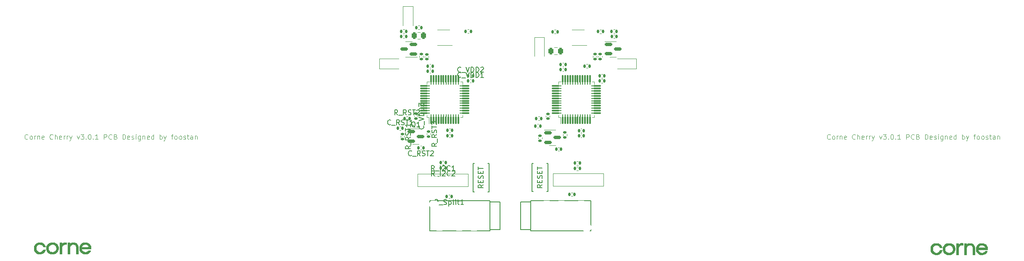
<source format=gto>
%TF.GenerationSoftware,KiCad,Pcbnew,(5.99.0-10089-gf88d39b4f0)*%
%TF.CreationDate,2021-04-04T21:12:01+03:00*%
%TF.ProjectId,corne-cherry,636f726e-652d-4636-9865-7272792e6b69,3.0.1*%
%TF.SameCoordinates,Original*%
%TF.FileFunction,Legend,Top*%
%TF.FilePolarity,Positive*%
%FSLAX46Y46*%
G04 Gerber Fmt 4.6, Leading zero omitted, Abs format (unit mm)*
G04 Created by KiCad (PCBNEW (5.99.0-10089-gf88d39b4f0)) date 2021-04-04 21:12:01*
%MOMM*%
%LPD*%
G01*
G04 APERTURE LIST*
G04 Aperture macros list*
%AMRoundRect*
0 Rectangle with rounded corners*
0 $1 Rounding radius*
0 $2 $3 $4 $5 $6 $7 $8 $9 X,Y pos of 4 corners*
0 Add a 4 corners polygon primitive as box body*
4,1,4,$2,$3,$4,$5,$6,$7,$8,$9,$2,$3,0*
0 Add four circle primitives for the rounded corners*
1,1,$1+$1,$2,$3*
1,1,$1+$1,$4,$5*
1,1,$1+$1,$6,$7*
1,1,$1+$1,$8,$9*
0 Add four rect primitives between the rounded corners*
20,1,$1+$1,$2,$3,$4,$5,0*
20,1,$1+$1,$4,$5,$6,$7,0*
20,1,$1+$1,$6,$7,$8,$9,0*
20,1,$1+$1,$8,$9,$2,$3,0*%
G04 Aperture macros list end*
%ADD10C,0.125000*%
%ADD11C,0.150000*%
%ADD12C,0.010000*%
%ADD13C,0.120000*%
%ADD14C,1.700000*%
%ADD15R,1.700000X1.700000*%
%ADD16C,4.300000*%
%ADD17C,2.200000*%
%ADD18C,0.300000*%
%ADD19RoundRect,0.135000X0.135000X0.185000X-0.135000X0.185000X-0.135000X-0.185000X0.135000X-0.185000X0*%
%ADD20C,1.750000*%
%ADD21C,3.987800*%
%ADD22RoundRect,0.075000X0.075000X-0.662500X0.075000X0.662500X-0.075000X0.662500X-0.075000X-0.662500X0*%
%ADD23RoundRect,0.075000X0.662500X-0.075000X0.662500X0.075000X-0.662500X0.075000X-0.662500X-0.075000X0*%
%ADD24RoundRect,0.135000X-0.185000X0.135000X-0.185000X-0.135000X0.185000X-0.135000X0.185000X0.135000X0*%
%ADD25RoundRect,0.150000X-0.587500X-0.150000X0.587500X-0.150000X0.587500X0.150000X-0.587500X0.150000X0*%
%ADD26RoundRect,0.140000X-0.140000X-0.170000X0.140000X-0.170000X0.140000X0.170000X-0.140000X0.170000X0*%
%ADD27C,0.800000*%
%ADD28O,2.000000X1.600000*%
%ADD29RoundRect,0.140000X0.140000X0.170000X-0.140000X0.170000X-0.140000X-0.170000X0.140000X-0.170000X0*%
%ADD30RoundRect,0.243750X0.243750X0.456250X-0.243750X0.456250X-0.243750X-0.456250X0.243750X-0.456250X0*%
%ADD31R,1.100000X1.100000*%
%ADD32RoundRect,0.140000X-0.170000X0.140000X-0.170000X-0.140000X0.170000X-0.140000X0.170000X0.140000X0*%
%ADD33RoundRect,0.140000X0.170000X-0.140000X0.170000X0.140000X-0.170000X0.140000X-0.170000X-0.140000X0*%
%ADD34RoundRect,0.135000X-0.135000X-0.185000X0.135000X-0.185000X0.135000X0.185000X-0.135000X0.185000X0*%
%ADD35C,0.650000*%
%ADD36R,0.600000X1.450000*%
%ADD37R,0.300000X1.450000*%
%ADD38RoundRect,0.150000X0.587500X0.150000X-0.587500X0.150000X-0.587500X-0.150000X0.587500X-0.150000X0*%
%ADD39R,1.400000X1.200000*%
%ADD40R,1.400000X1.000000*%
%ADD41RoundRect,0.062500X0.062500X-0.375000X0.062500X0.375000X-0.062500X0.375000X-0.062500X-0.375000X0*%
%ADD42RoundRect,0.062500X0.375000X-0.062500X0.375000X0.062500X-0.375000X0.062500X-0.375000X-0.062500X0*%
%ADD43R,5.600000X5.600000*%
%ADD44RoundRect,0.243750X-0.243750X-0.456250X0.243750X-0.456250X0.243750X0.456250X-0.243750X0.456250X0*%
G04 APERTURE END LIST*
D10*
X51173273Y-58687142D02*
X51125654Y-58734761D01*
X50982797Y-58782380D01*
X50887559Y-58782380D01*
X50744702Y-58734761D01*
X50649464Y-58639523D01*
X50601845Y-58544285D01*
X50554226Y-58353809D01*
X50554226Y-58210952D01*
X50601845Y-58020476D01*
X50649464Y-57925238D01*
X50744702Y-57830000D01*
X50887559Y-57782380D01*
X50982797Y-57782380D01*
X51125654Y-57830000D01*
X51173273Y-57877619D01*
X51744702Y-58782380D02*
X51649464Y-58734761D01*
X51601845Y-58687142D01*
X51554226Y-58591904D01*
X51554226Y-58306190D01*
X51601845Y-58210952D01*
X51649464Y-58163333D01*
X51744702Y-58115714D01*
X51887559Y-58115714D01*
X51982797Y-58163333D01*
X52030416Y-58210952D01*
X52078035Y-58306190D01*
X52078035Y-58591904D01*
X52030416Y-58687142D01*
X51982797Y-58734761D01*
X51887559Y-58782380D01*
X51744702Y-58782380D01*
X52506607Y-58782380D02*
X52506607Y-58115714D01*
X52506607Y-58306190D02*
X52554226Y-58210952D01*
X52601845Y-58163333D01*
X52697083Y-58115714D01*
X52792321Y-58115714D01*
X53125654Y-58115714D02*
X53125654Y-58782380D01*
X53125654Y-58210952D02*
X53173273Y-58163333D01*
X53268511Y-58115714D01*
X53411369Y-58115714D01*
X53506607Y-58163333D01*
X53554226Y-58258571D01*
X53554226Y-58782380D01*
X54411369Y-58734761D02*
X54316130Y-58782380D01*
X54125654Y-58782380D01*
X54030416Y-58734761D01*
X53982797Y-58639523D01*
X53982797Y-58258571D01*
X54030416Y-58163333D01*
X54125654Y-58115714D01*
X54316130Y-58115714D01*
X54411369Y-58163333D01*
X54458988Y-58258571D01*
X54458988Y-58353809D01*
X53982797Y-58449047D01*
X56220892Y-58687142D02*
X56173273Y-58734761D01*
X56030416Y-58782380D01*
X55935178Y-58782380D01*
X55792321Y-58734761D01*
X55697083Y-58639523D01*
X55649464Y-58544285D01*
X55601845Y-58353809D01*
X55601845Y-58210952D01*
X55649464Y-58020476D01*
X55697083Y-57925238D01*
X55792321Y-57830000D01*
X55935178Y-57782380D01*
X56030416Y-57782380D01*
X56173273Y-57830000D01*
X56220892Y-57877619D01*
X56649464Y-58782380D02*
X56649464Y-57782380D01*
X57078035Y-58782380D02*
X57078035Y-58258571D01*
X57030416Y-58163333D01*
X56935178Y-58115714D01*
X56792321Y-58115714D01*
X56697083Y-58163333D01*
X56649464Y-58210952D01*
X57935178Y-58734761D02*
X57839940Y-58782380D01*
X57649464Y-58782380D01*
X57554226Y-58734761D01*
X57506607Y-58639523D01*
X57506607Y-58258571D01*
X57554226Y-58163333D01*
X57649464Y-58115714D01*
X57839940Y-58115714D01*
X57935178Y-58163333D01*
X57982797Y-58258571D01*
X57982797Y-58353809D01*
X57506607Y-58449047D01*
X58411369Y-58782380D02*
X58411369Y-58115714D01*
X58411369Y-58306190D02*
X58458988Y-58210952D01*
X58506607Y-58163333D01*
X58601845Y-58115714D01*
X58697083Y-58115714D01*
X59030416Y-58782380D02*
X59030416Y-58115714D01*
X59030416Y-58306190D02*
X59078035Y-58210952D01*
X59125654Y-58163333D01*
X59220892Y-58115714D01*
X59316130Y-58115714D01*
X59554226Y-58115714D02*
X59792321Y-58782380D01*
X60030416Y-58115714D02*
X59792321Y-58782380D01*
X59697083Y-59020476D01*
X59649464Y-59068095D01*
X59554226Y-59115714D01*
X61078035Y-58115714D02*
X61316130Y-58782380D01*
X61554226Y-58115714D01*
X61839940Y-57782380D02*
X62458988Y-57782380D01*
X62125654Y-58163333D01*
X62268511Y-58163333D01*
X62363750Y-58210952D01*
X62411369Y-58258571D01*
X62458988Y-58353809D01*
X62458988Y-58591904D01*
X62411369Y-58687142D01*
X62363750Y-58734761D01*
X62268511Y-58782380D01*
X61982797Y-58782380D01*
X61887559Y-58734761D01*
X61839940Y-58687142D01*
X62887559Y-58687142D02*
X62935178Y-58734761D01*
X62887559Y-58782380D01*
X62839940Y-58734761D01*
X62887559Y-58687142D01*
X62887559Y-58782380D01*
X63554226Y-57782380D02*
X63649464Y-57782380D01*
X63744702Y-57830000D01*
X63792321Y-57877619D01*
X63839940Y-57972857D01*
X63887559Y-58163333D01*
X63887559Y-58401428D01*
X63839940Y-58591904D01*
X63792321Y-58687142D01*
X63744702Y-58734761D01*
X63649464Y-58782380D01*
X63554226Y-58782380D01*
X63458988Y-58734761D01*
X63411369Y-58687142D01*
X63363750Y-58591904D01*
X63316130Y-58401428D01*
X63316130Y-58163333D01*
X63363750Y-57972857D01*
X63411369Y-57877619D01*
X63458988Y-57830000D01*
X63554226Y-57782380D01*
X64316130Y-58687142D02*
X64363750Y-58734761D01*
X64316130Y-58782380D01*
X64268511Y-58734761D01*
X64316130Y-58687142D01*
X64316130Y-58782380D01*
X65316130Y-58782380D02*
X64744702Y-58782380D01*
X65030416Y-58782380D02*
X65030416Y-57782380D01*
X64935178Y-57925238D01*
X64839940Y-58020476D01*
X64744702Y-58068095D01*
X66506607Y-58782380D02*
X66506607Y-57782380D01*
X66887559Y-57782380D01*
X66982797Y-57830000D01*
X67030416Y-57877619D01*
X67078035Y-57972857D01*
X67078035Y-58115714D01*
X67030416Y-58210952D01*
X66982797Y-58258571D01*
X66887559Y-58306190D01*
X66506607Y-58306190D01*
X68078035Y-58687142D02*
X68030416Y-58734761D01*
X67887559Y-58782380D01*
X67792321Y-58782380D01*
X67649464Y-58734761D01*
X67554226Y-58639523D01*
X67506607Y-58544285D01*
X67458988Y-58353809D01*
X67458988Y-58210952D01*
X67506607Y-58020476D01*
X67554226Y-57925238D01*
X67649464Y-57830000D01*
X67792321Y-57782380D01*
X67887559Y-57782380D01*
X68030416Y-57830000D01*
X68078035Y-57877619D01*
X68839940Y-58258571D02*
X68982797Y-58306190D01*
X69030416Y-58353809D01*
X69078035Y-58449047D01*
X69078035Y-58591904D01*
X69030416Y-58687142D01*
X68982797Y-58734761D01*
X68887559Y-58782380D01*
X68506607Y-58782380D01*
X68506607Y-57782380D01*
X68839940Y-57782380D01*
X68935178Y-57830000D01*
X68982797Y-57877619D01*
X69030416Y-57972857D01*
X69030416Y-58068095D01*
X68982797Y-58163333D01*
X68935178Y-58210952D01*
X68839940Y-58258571D01*
X68506607Y-58258571D01*
X70268511Y-58782380D02*
X70268511Y-57782380D01*
X70506607Y-57782380D01*
X70649464Y-57830000D01*
X70744702Y-57925238D01*
X70792321Y-58020476D01*
X70839940Y-58210952D01*
X70839940Y-58353809D01*
X70792321Y-58544285D01*
X70744702Y-58639523D01*
X70649464Y-58734761D01*
X70506607Y-58782380D01*
X70268511Y-58782380D01*
X71649464Y-58734761D02*
X71554226Y-58782380D01*
X71363750Y-58782380D01*
X71268511Y-58734761D01*
X71220892Y-58639523D01*
X71220892Y-58258571D01*
X71268511Y-58163333D01*
X71363750Y-58115714D01*
X71554226Y-58115714D01*
X71649464Y-58163333D01*
X71697083Y-58258571D01*
X71697083Y-58353809D01*
X71220892Y-58449047D01*
X72078035Y-58734761D02*
X72173273Y-58782380D01*
X72363750Y-58782380D01*
X72458988Y-58734761D01*
X72506607Y-58639523D01*
X72506607Y-58591904D01*
X72458988Y-58496666D01*
X72363750Y-58449047D01*
X72220892Y-58449047D01*
X72125654Y-58401428D01*
X72078035Y-58306190D01*
X72078035Y-58258571D01*
X72125654Y-58163333D01*
X72220892Y-58115714D01*
X72363750Y-58115714D01*
X72458988Y-58163333D01*
X72935178Y-58782380D02*
X72935178Y-58115714D01*
X72935178Y-57782380D02*
X72887559Y-57830000D01*
X72935178Y-57877619D01*
X72982797Y-57830000D01*
X72935178Y-57782380D01*
X72935178Y-57877619D01*
X73839940Y-58115714D02*
X73839940Y-58925238D01*
X73792321Y-59020476D01*
X73744702Y-59068095D01*
X73649464Y-59115714D01*
X73506607Y-59115714D01*
X73411369Y-59068095D01*
X73839940Y-58734761D02*
X73744702Y-58782380D01*
X73554226Y-58782380D01*
X73458988Y-58734761D01*
X73411369Y-58687142D01*
X73363750Y-58591904D01*
X73363750Y-58306190D01*
X73411369Y-58210952D01*
X73458988Y-58163333D01*
X73554226Y-58115714D01*
X73744702Y-58115714D01*
X73839940Y-58163333D01*
X74316130Y-58115714D02*
X74316130Y-58782380D01*
X74316130Y-58210952D02*
X74363750Y-58163333D01*
X74458988Y-58115714D01*
X74601845Y-58115714D01*
X74697083Y-58163333D01*
X74744702Y-58258571D01*
X74744702Y-58782380D01*
X75601845Y-58734761D02*
X75506607Y-58782380D01*
X75316130Y-58782380D01*
X75220892Y-58734761D01*
X75173273Y-58639523D01*
X75173273Y-58258571D01*
X75220892Y-58163333D01*
X75316130Y-58115714D01*
X75506607Y-58115714D01*
X75601845Y-58163333D01*
X75649464Y-58258571D01*
X75649464Y-58353809D01*
X75173273Y-58449047D01*
X76506607Y-58782380D02*
X76506607Y-57782380D01*
X76506607Y-58734761D02*
X76411369Y-58782380D01*
X76220892Y-58782380D01*
X76125654Y-58734761D01*
X76078035Y-58687142D01*
X76030416Y-58591904D01*
X76030416Y-58306190D01*
X76078035Y-58210952D01*
X76125654Y-58163333D01*
X76220892Y-58115714D01*
X76411369Y-58115714D01*
X76506607Y-58163333D01*
X77744702Y-58782380D02*
X77744702Y-57782380D01*
X77744702Y-58163333D02*
X77839940Y-58115714D01*
X78030416Y-58115714D01*
X78125654Y-58163333D01*
X78173273Y-58210952D01*
X78220892Y-58306190D01*
X78220892Y-58591904D01*
X78173273Y-58687142D01*
X78125654Y-58734761D01*
X78030416Y-58782380D01*
X77839940Y-58782380D01*
X77744702Y-58734761D01*
X78554226Y-58115714D02*
X78792321Y-58782380D01*
X79030416Y-58115714D02*
X78792321Y-58782380D01*
X78697083Y-59020476D01*
X78649464Y-59068095D01*
X78554226Y-59115714D01*
X80030416Y-58115714D02*
X80411369Y-58115714D01*
X80173273Y-58782380D02*
X80173273Y-57925238D01*
X80220892Y-57830000D01*
X80316130Y-57782380D01*
X80411369Y-57782380D01*
X80887559Y-58782380D02*
X80792321Y-58734761D01*
X80744702Y-58687142D01*
X80697083Y-58591904D01*
X80697083Y-58306190D01*
X80744702Y-58210952D01*
X80792321Y-58163333D01*
X80887559Y-58115714D01*
X81030416Y-58115714D01*
X81125654Y-58163333D01*
X81173273Y-58210952D01*
X81220892Y-58306190D01*
X81220892Y-58591904D01*
X81173273Y-58687142D01*
X81125654Y-58734761D01*
X81030416Y-58782380D01*
X80887559Y-58782380D01*
X81792321Y-58782380D02*
X81697083Y-58734761D01*
X81649464Y-58687142D01*
X81601845Y-58591904D01*
X81601845Y-58306190D01*
X81649464Y-58210952D01*
X81697083Y-58163333D01*
X81792321Y-58115714D01*
X81935178Y-58115714D01*
X82030416Y-58163333D01*
X82078035Y-58210952D01*
X82125654Y-58306190D01*
X82125654Y-58591904D01*
X82078035Y-58687142D01*
X82030416Y-58734761D01*
X81935178Y-58782380D01*
X81792321Y-58782380D01*
X82506607Y-58734761D02*
X82601845Y-58782380D01*
X82792321Y-58782380D01*
X82887559Y-58734761D01*
X82935178Y-58639523D01*
X82935178Y-58591904D01*
X82887559Y-58496666D01*
X82792321Y-58449047D01*
X82649464Y-58449047D01*
X82554226Y-58401428D01*
X82506607Y-58306190D01*
X82506607Y-58258571D01*
X82554226Y-58163333D01*
X82649464Y-58115714D01*
X82792321Y-58115714D01*
X82887559Y-58163333D01*
X83220892Y-58115714D02*
X83601845Y-58115714D01*
X83363749Y-57782380D02*
X83363749Y-58639523D01*
X83411369Y-58734761D01*
X83506607Y-58782380D01*
X83601845Y-58782380D01*
X84363749Y-58782380D02*
X84363749Y-58258571D01*
X84316130Y-58163333D01*
X84220892Y-58115714D01*
X84030416Y-58115714D01*
X83935178Y-58163333D01*
X84363749Y-58734761D02*
X84268511Y-58782380D01*
X84030416Y-58782380D01*
X83935178Y-58734761D01*
X83887559Y-58639523D01*
X83887559Y-58544285D01*
X83935178Y-58449047D01*
X84030416Y-58401428D01*
X84268511Y-58401428D01*
X84363749Y-58353809D01*
X84839940Y-58115714D02*
X84839940Y-58782380D01*
X84839940Y-58210952D02*
X84887559Y-58163333D01*
X84982797Y-58115714D01*
X85125654Y-58115714D01*
X85220892Y-58163333D01*
X85268511Y-58258571D01*
X85268511Y-58782380D01*
X212723273Y-58687142D02*
X212675654Y-58734761D01*
X212532797Y-58782380D01*
X212437559Y-58782380D01*
X212294702Y-58734761D01*
X212199464Y-58639523D01*
X212151845Y-58544285D01*
X212104226Y-58353809D01*
X212104226Y-58210952D01*
X212151845Y-58020476D01*
X212199464Y-57925238D01*
X212294702Y-57830000D01*
X212437559Y-57782380D01*
X212532797Y-57782380D01*
X212675654Y-57830000D01*
X212723273Y-57877619D01*
X213294702Y-58782380D02*
X213199464Y-58734761D01*
X213151845Y-58687142D01*
X213104226Y-58591904D01*
X213104226Y-58306190D01*
X213151845Y-58210952D01*
X213199464Y-58163333D01*
X213294702Y-58115714D01*
X213437559Y-58115714D01*
X213532797Y-58163333D01*
X213580416Y-58210952D01*
X213628035Y-58306190D01*
X213628035Y-58591904D01*
X213580416Y-58687142D01*
X213532797Y-58734761D01*
X213437559Y-58782380D01*
X213294702Y-58782380D01*
X214056607Y-58782380D02*
X214056607Y-58115714D01*
X214056607Y-58306190D02*
X214104226Y-58210952D01*
X214151845Y-58163333D01*
X214247083Y-58115714D01*
X214342321Y-58115714D01*
X214675654Y-58115714D02*
X214675654Y-58782380D01*
X214675654Y-58210952D02*
X214723273Y-58163333D01*
X214818511Y-58115714D01*
X214961369Y-58115714D01*
X215056607Y-58163333D01*
X215104226Y-58258571D01*
X215104226Y-58782380D01*
X215961369Y-58734761D02*
X215866130Y-58782380D01*
X215675654Y-58782380D01*
X215580416Y-58734761D01*
X215532797Y-58639523D01*
X215532797Y-58258571D01*
X215580416Y-58163333D01*
X215675654Y-58115714D01*
X215866130Y-58115714D01*
X215961369Y-58163333D01*
X216008988Y-58258571D01*
X216008988Y-58353809D01*
X215532797Y-58449047D01*
X217770892Y-58687142D02*
X217723273Y-58734761D01*
X217580416Y-58782380D01*
X217485178Y-58782380D01*
X217342321Y-58734761D01*
X217247083Y-58639523D01*
X217199464Y-58544285D01*
X217151845Y-58353809D01*
X217151845Y-58210952D01*
X217199464Y-58020476D01*
X217247083Y-57925238D01*
X217342321Y-57830000D01*
X217485178Y-57782380D01*
X217580416Y-57782380D01*
X217723273Y-57830000D01*
X217770892Y-57877619D01*
X218199464Y-58782380D02*
X218199464Y-57782380D01*
X218628035Y-58782380D02*
X218628035Y-58258571D01*
X218580416Y-58163333D01*
X218485178Y-58115714D01*
X218342321Y-58115714D01*
X218247083Y-58163333D01*
X218199464Y-58210952D01*
X219485178Y-58734761D02*
X219389940Y-58782380D01*
X219199464Y-58782380D01*
X219104226Y-58734761D01*
X219056607Y-58639523D01*
X219056607Y-58258571D01*
X219104226Y-58163333D01*
X219199464Y-58115714D01*
X219389940Y-58115714D01*
X219485178Y-58163333D01*
X219532797Y-58258571D01*
X219532797Y-58353809D01*
X219056607Y-58449047D01*
X219961369Y-58782380D02*
X219961369Y-58115714D01*
X219961369Y-58306190D02*
X220008988Y-58210952D01*
X220056607Y-58163333D01*
X220151845Y-58115714D01*
X220247083Y-58115714D01*
X220580416Y-58782380D02*
X220580416Y-58115714D01*
X220580416Y-58306190D02*
X220628035Y-58210952D01*
X220675654Y-58163333D01*
X220770892Y-58115714D01*
X220866130Y-58115714D01*
X221104226Y-58115714D02*
X221342321Y-58782380D01*
X221580416Y-58115714D02*
X221342321Y-58782380D01*
X221247083Y-59020476D01*
X221199464Y-59068095D01*
X221104226Y-59115714D01*
X222628035Y-58115714D02*
X222866130Y-58782380D01*
X223104226Y-58115714D01*
X223389940Y-57782380D02*
X224008988Y-57782380D01*
X223675654Y-58163333D01*
X223818511Y-58163333D01*
X223913750Y-58210952D01*
X223961369Y-58258571D01*
X224008988Y-58353809D01*
X224008988Y-58591904D01*
X223961369Y-58687142D01*
X223913750Y-58734761D01*
X223818511Y-58782380D01*
X223532797Y-58782380D01*
X223437559Y-58734761D01*
X223389940Y-58687142D01*
X224437559Y-58687142D02*
X224485178Y-58734761D01*
X224437559Y-58782380D01*
X224389940Y-58734761D01*
X224437559Y-58687142D01*
X224437559Y-58782380D01*
X225104226Y-57782380D02*
X225199464Y-57782380D01*
X225294702Y-57830000D01*
X225342321Y-57877619D01*
X225389940Y-57972857D01*
X225437559Y-58163333D01*
X225437559Y-58401428D01*
X225389940Y-58591904D01*
X225342321Y-58687142D01*
X225294702Y-58734761D01*
X225199464Y-58782380D01*
X225104226Y-58782380D01*
X225008988Y-58734761D01*
X224961369Y-58687142D01*
X224913750Y-58591904D01*
X224866130Y-58401428D01*
X224866130Y-58163333D01*
X224913750Y-57972857D01*
X224961369Y-57877619D01*
X225008988Y-57830000D01*
X225104226Y-57782380D01*
X225866130Y-58687142D02*
X225913750Y-58734761D01*
X225866130Y-58782380D01*
X225818511Y-58734761D01*
X225866130Y-58687142D01*
X225866130Y-58782380D01*
X226866130Y-58782380D02*
X226294702Y-58782380D01*
X226580416Y-58782380D02*
X226580416Y-57782380D01*
X226485178Y-57925238D01*
X226389940Y-58020476D01*
X226294702Y-58068095D01*
X228056607Y-58782380D02*
X228056607Y-57782380D01*
X228437559Y-57782380D01*
X228532797Y-57830000D01*
X228580416Y-57877619D01*
X228628035Y-57972857D01*
X228628035Y-58115714D01*
X228580416Y-58210952D01*
X228532797Y-58258571D01*
X228437559Y-58306190D01*
X228056607Y-58306190D01*
X229628035Y-58687142D02*
X229580416Y-58734761D01*
X229437559Y-58782380D01*
X229342321Y-58782380D01*
X229199464Y-58734761D01*
X229104226Y-58639523D01*
X229056607Y-58544285D01*
X229008988Y-58353809D01*
X229008988Y-58210952D01*
X229056607Y-58020476D01*
X229104226Y-57925238D01*
X229199464Y-57830000D01*
X229342321Y-57782380D01*
X229437559Y-57782380D01*
X229580416Y-57830000D01*
X229628035Y-57877619D01*
X230389940Y-58258571D02*
X230532797Y-58306190D01*
X230580416Y-58353809D01*
X230628035Y-58449047D01*
X230628035Y-58591904D01*
X230580416Y-58687142D01*
X230532797Y-58734761D01*
X230437559Y-58782380D01*
X230056607Y-58782380D01*
X230056607Y-57782380D01*
X230389940Y-57782380D01*
X230485178Y-57830000D01*
X230532797Y-57877619D01*
X230580416Y-57972857D01*
X230580416Y-58068095D01*
X230532797Y-58163333D01*
X230485178Y-58210952D01*
X230389940Y-58258571D01*
X230056607Y-58258571D01*
X231818511Y-58782380D02*
X231818511Y-57782380D01*
X232056607Y-57782380D01*
X232199464Y-57830000D01*
X232294702Y-57925238D01*
X232342321Y-58020476D01*
X232389940Y-58210952D01*
X232389940Y-58353809D01*
X232342321Y-58544285D01*
X232294702Y-58639523D01*
X232199464Y-58734761D01*
X232056607Y-58782380D01*
X231818511Y-58782380D01*
X233199464Y-58734761D02*
X233104226Y-58782380D01*
X232913750Y-58782380D01*
X232818511Y-58734761D01*
X232770892Y-58639523D01*
X232770892Y-58258571D01*
X232818511Y-58163333D01*
X232913750Y-58115714D01*
X233104226Y-58115714D01*
X233199464Y-58163333D01*
X233247083Y-58258571D01*
X233247083Y-58353809D01*
X232770892Y-58449047D01*
X233628035Y-58734761D02*
X233723273Y-58782380D01*
X233913750Y-58782380D01*
X234008988Y-58734761D01*
X234056607Y-58639523D01*
X234056607Y-58591904D01*
X234008988Y-58496666D01*
X233913750Y-58449047D01*
X233770892Y-58449047D01*
X233675654Y-58401428D01*
X233628035Y-58306190D01*
X233628035Y-58258571D01*
X233675654Y-58163333D01*
X233770892Y-58115714D01*
X233913750Y-58115714D01*
X234008988Y-58163333D01*
X234485178Y-58782380D02*
X234485178Y-58115714D01*
X234485178Y-57782380D02*
X234437559Y-57830000D01*
X234485178Y-57877619D01*
X234532797Y-57830000D01*
X234485178Y-57782380D01*
X234485178Y-57877619D01*
X235389940Y-58115714D02*
X235389940Y-58925238D01*
X235342321Y-59020476D01*
X235294702Y-59068095D01*
X235199464Y-59115714D01*
X235056607Y-59115714D01*
X234961369Y-59068095D01*
X235389940Y-58734761D02*
X235294702Y-58782380D01*
X235104226Y-58782380D01*
X235008988Y-58734761D01*
X234961369Y-58687142D01*
X234913750Y-58591904D01*
X234913750Y-58306190D01*
X234961369Y-58210952D01*
X235008988Y-58163333D01*
X235104226Y-58115714D01*
X235294702Y-58115714D01*
X235389940Y-58163333D01*
X235866130Y-58115714D02*
X235866130Y-58782380D01*
X235866130Y-58210952D02*
X235913750Y-58163333D01*
X236008988Y-58115714D01*
X236151845Y-58115714D01*
X236247083Y-58163333D01*
X236294702Y-58258571D01*
X236294702Y-58782380D01*
X237151845Y-58734761D02*
X237056607Y-58782380D01*
X236866130Y-58782380D01*
X236770892Y-58734761D01*
X236723273Y-58639523D01*
X236723273Y-58258571D01*
X236770892Y-58163333D01*
X236866130Y-58115714D01*
X237056607Y-58115714D01*
X237151845Y-58163333D01*
X237199464Y-58258571D01*
X237199464Y-58353809D01*
X236723273Y-58449047D01*
X238056607Y-58782380D02*
X238056607Y-57782380D01*
X238056607Y-58734761D02*
X237961369Y-58782380D01*
X237770892Y-58782380D01*
X237675654Y-58734761D01*
X237628035Y-58687142D01*
X237580416Y-58591904D01*
X237580416Y-58306190D01*
X237628035Y-58210952D01*
X237675654Y-58163333D01*
X237770892Y-58115714D01*
X237961369Y-58115714D01*
X238056607Y-58163333D01*
X239294702Y-58782380D02*
X239294702Y-57782380D01*
X239294702Y-58163333D02*
X239389940Y-58115714D01*
X239580416Y-58115714D01*
X239675654Y-58163333D01*
X239723273Y-58210952D01*
X239770892Y-58306190D01*
X239770892Y-58591904D01*
X239723273Y-58687142D01*
X239675654Y-58734761D01*
X239580416Y-58782380D01*
X239389940Y-58782380D01*
X239294702Y-58734761D01*
X240104226Y-58115714D02*
X240342321Y-58782380D01*
X240580416Y-58115714D02*
X240342321Y-58782380D01*
X240247083Y-59020476D01*
X240199464Y-59068095D01*
X240104226Y-59115714D01*
X241580416Y-58115714D02*
X241961369Y-58115714D01*
X241723273Y-58782380D02*
X241723273Y-57925238D01*
X241770892Y-57830000D01*
X241866130Y-57782380D01*
X241961369Y-57782380D01*
X242437559Y-58782380D02*
X242342321Y-58734761D01*
X242294702Y-58687142D01*
X242247083Y-58591904D01*
X242247083Y-58306190D01*
X242294702Y-58210952D01*
X242342321Y-58163333D01*
X242437559Y-58115714D01*
X242580416Y-58115714D01*
X242675654Y-58163333D01*
X242723273Y-58210952D01*
X242770892Y-58306190D01*
X242770892Y-58591904D01*
X242723273Y-58687142D01*
X242675654Y-58734761D01*
X242580416Y-58782380D01*
X242437559Y-58782380D01*
X243342321Y-58782380D02*
X243247083Y-58734761D01*
X243199464Y-58687142D01*
X243151845Y-58591904D01*
X243151845Y-58306190D01*
X243199464Y-58210952D01*
X243247083Y-58163333D01*
X243342321Y-58115714D01*
X243485178Y-58115714D01*
X243580416Y-58163333D01*
X243628035Y-58210952D01*
X243675654Y-58306190D01*
X243675654Y-58591904D01*
X243628035Y-58687142D01*
X243580416Y-58734761D01*
X243485178Y-58782380D01*
X243342321Y-58782380D01*
X244056607Y-58734761D02*
X244151845Y-58782380D01*
X244342321Y-58782380D01*
X244437559Y-58734761D01*
X244485178Y-58639523D01*
X244485178Y-58591904D01*
X244437559Y-58496666D01*
X244342321Y-58449047D01*
X244199464Y-58449047D01*
X244104226Y-58401428D01*
X244056607Y-58306190D01*
X244056607Y-58258571D01*
X244104226Y-58163333D01*
X244199464Y-58115714D01*
X244342321Y-58115714D01*
X244437559Y-58163333D01*
X244770892Y-58115714D02*
X245151845Y-58115714D01*
X244913750Y-57782380D02*
X244913750Y-58639523D01*
X244961369Y-58734761D01*
X245056607Y-58782380D01*
X245151845Y-58782380D01*
X245913750Y-58782380D02*
X245913750Y-58258571D01*
X245866130Y-58163333D01*
X245770892Y-58115714D01*
X245580416Y-58115714D01*
X245485178Y-58163333D01*
X245913750Y-58734761D02*
X245818511Y-58782380D01*
X245580416Y-58782380D01*
X245485178Y-58734761D01*
X245437559Y-58639523D01*
X245437559Y-58544285D01*
X245485178Y-58449047D01*
X245580416Y-58401428D01*
X245818511Y-58401428D01*
X245913750Y-58353809D01*
X246389940Y-58115714D02*
X246389940Y-58782380D01*
X246389940Y-58210952D02*
X246437559Y-58163333D01*
X246532797Y-58115714D01*
X246675654Y-58115714D01*
X246770892Y-58163333D01*
X246818511Y-58258571D01*
X246818511Y-58782380D01*
D11*
X128229880Y-60134761D02*
X127753690Y-60468095D01*
X128229880Y-60706190D02*
X127229880Y-60706190D01*
X127229880Y-60325238D01*
X127277500Y-60230000D01*
X127325119Y-60182380D01*
X127420357Y-60134761D01*
X127563214Y-60134761D01*
X127658452Y-60182380D01*
X127706071Y-60230000D01*
X127753690Y-60325238D01*
X127753690Y-60706190D01*
X128325119Y-59944285D02*
X128325119Y-59182380D01*
X128229880Y-58372857D02*
X127753690Y-58706190D01*
X128229880Y-58944285D02*
X127229880Y-58944285D01*
X127229880Y-58563333D01*
X127277500Y-58468095D01*
X127325119Y-58420476D01*
X127420357Y-58372857D01*
X127563214Y-58372857D01*
X127658452Y-58420476D01*
X127706071Y-58468095D01*
X127753690Y-58563333D01*
X127753690Y-58944285D01*
X128182261Y-57991904D02*
X128229880Y-57849047D01*
X128229880Y-57610952D01*
X128182261Y-57515714D01*
X128134642Y-57468095D01*
X128039404Y-57420476D01*
X127944166Y-57420476D01*
X127848928Y-57468095D01*
X127801309Y-57515714D01*
X127753690Y-57610952D01*
X127706071Y-57801428D01*
X127658452Y-57896666D01*
X127610833Y-57944285D01*
X127515595Y-57991904D01*
X127420357Y-57991904D01*
X127325119Y-57944285D01*
X127277500Y-57896666D01*
X127229880Y-57801428D01*
X127229880Y-57563333D01*
X127277500Y-57420476D01*
X127229880Y-57134761D02*
X127229880Y-56563333D01*
X128229880Y-56849047D02*
X127229880Y-56849047D01*
X128229880Y-55706190D02*
X128229880Y-56277619D01*
X128229880Y-55991904D02*
X127229880Y-55991904D01*
X127372738Y-56087142D01*
X127467976Y-56182380D01*
X127515595Y-56277619D01*
X129187261Y-56352619D02*
X129092023Y-56305000D01*
X128996785Y-56209761D01*
X128853928Y-56066904D01*
X128758690Y-56019285D01*
X128663452Y-56019285D01*
X128711071Y-56257380D02*
X128615833Y-56209761D01*
X128520595Y-56114523D01*
X128472976Y-55924047D01*
X128472976Y-55590714D01*
X128520595Y-55400238D01*
X128615833Y-55305000D01*
X128711071Y-55257380D01*
X128901547Y-55257380D01*
X128996785Y-55305000D01*
X129092023Y-55400238D01*
X129139642Y-55590714D01*
X129139642Y-55924047D01*
X129092023Y-56114523D01*
X128996785Y-56209761D01*
X128901547Y-56257380D01*
X128711071Y-56257380D01*
X130092023Y-56257380D02*
X129520595Y-56257380D01*
X129806309Y-56257380D02*
X129806309Y-55257380D01*
X129711071Y-55400238D01*
X129615833Y-55495476D01*
X129520595Y-55543095D01*
X124252738Y-55777142D02*
X124205119Y-55824761D01*
X124062261Y-55872380D01*
X123967023Y-55872380D01*
X123824166Y-55824761D01*
X123728928Y-55729523D01*
X123681309Y-55634285D01*
X123633690Y-55443809D01*
X123633690Y-55300952D01*
X123681309Y-55110476D01*
X123728928Y-55015238D01*
X123824166Y-54920000D01*
X123967023Y-54872380D01*
X124062261Y-54872380D01*
X124205119Y-54920000D01*
X124252738Y-54967619D01*
X124443214Y-55967619D02*
X125205119Y-55967619D01*
X126014642Y-55872380D02*
X125681309Y-55396190D01*
X125443214Y-55872380D02*
X125443214Y-54872380D01*
X125824166Y-54872380D01*
X125919404Y-54920000D01*
X125967023Y-54967619D01*
X126014642Y-55062857D01*
X126014642Y-55205714D01*
X125967023Y-55300952D01*
X125919404Y-55348571D01*
X125824166Y-55396190D01*
X125443214Y-55396190D01*
X126395595Y-55824761D02*
X126538452Y-55872380D01*
X126776547Y-55872380D01*
X126871785Y-55824761D01*
X126919404Y-55777142D01*
X126967023Y-55681904D01*
X126967023Y-55586666D01*
X126919404Y-55491428D01*
X126871785Y-55443809D01*
X126776547Y-55396190D01*
X126586071Y-55348571D01*
X126490833Y-55300952D01*
X126443214Y-55253333D01*
X126395595Y-55158095D01*
X126395595Y-55062857D01*
X126443214Y-54967619D01*
X126490833Y-54920000D01*
X126586071Y-54872380D01*
X126824166Y-54872380D01*
X126967023Y-54920000D01*
X127252738Y-54872380D02*
X127824166Y-54872380D01*
X127538452Y-55872380D02*
X127538452Y-54872380D01*
X128681309Y-55872380D02*
X128109880Y-55872380D01*
X128395595Y-55872380D02*
X128395595Y-54872380D01*
X128300357Y-55015238D01*
X128205119Y-55110476D01*
X128109880Y-55158095D01*
X138356309Y-45127142D02*
X138308690Y-45174761D01*
X138165833Y-45222380D01*
X138070595Y-45222380D01*
X137927738Y-45174761D01*
X137832500Y-45079523D01*
X137784880Y-44984285D01*
X137737261Y-44793809D01*
X137737261Y-44650952D01*
X137784880Y-44460476D01*
X137832500Y-44365238D01*
X137927738Y-44270000D01*
X138070595Y-44222380D01*
X138165833Y-44222380D01*
X138308690Y-44270000D01*
X138356309Y-44317619D01*
X138546785Y-45317619D02*
X139308690Y-45317619D01*
X139403928Y-44222380D02*
X139737261Y-45222380D01*
X140070595Y-44222380D01*
X140403928Y-45222380D02*
X140403928Y-44222380D01*
X140642023Y-44222380D01*
X140784880Y-44270000D01*
X140880119Y-44365238D01*
X140927738Y-44460476D01*
X140975357Y-44650952D01*
X140975357Y-44793809D01*
X140927738Y-44984285D01*
X140880119Y-45079523D01*
X140784880Y-45174761D01*
X140642023Y-45222380D01*
X140403928Y-45222380D01*
X141403928Y-45222380D02*
X141403928Y-44222380D01*
X141642023Y-44222380D01*
X141784880Y-44270000D01*
X141880119Y-44365238D01*
X141927738Y-44460476D01*
X141975357Y-44650952D01*
X141975357Y-44793809D01*
X141927738Y-44984285D01*
X141880119Y-45079523D01*
X141784880Y-45174761D01*
X141642023Y-45222380D01*
X141403928Y-45222380D01*
X142356309Y-44317619D02*
X142403928Y-44270000D01*
X142499166Y-44222380D01*
X142737261Y-44222380D01*
X142832500Y-44270000D01*
X142880119Y-44317619D01*
X142927738Y-44412857D01*
X142927738Y-44508095D01*
X142880119Y-44650952D01*
X142308690Y-45222380D01*
X142927738Y-45222380D01*
X154749880Y-67962380D02*
X154273690Y-68295714D01*
X154749880Y-68533809D02*
X153749880Y-68533809D01*
X153749880Y-68152857D01*
X153797500Y-68057619D01*
X153845119Y-68010000D01*
X153940357Y-67962380D01*
X154083214Y-67962380D01*
X154178452Y-68010000D01*
X154226071Y-68057619D01*
X154273690Y-68152857D01*
X154273690Y-68533809D01*
X154226071Y-67533809D02*
X154226071Y-67200476D01*
X154749880Y-67057619D02*
X154749880Y-67533809D01*
X153749880Y-67533809D01*
X153749880Y-67057619D01*
X154702261Y-66676666D02*
X154749880Y-66533809D01*
X154749880Y-66295714D01*
X154702261Y-66200476D01*
X154654642Y-66152857D01*
X154559404Y-66105238D01*
X154464166Y-66105238D01*
X154368928Y-66152857D01*
X154321309Y-66200476D01*
X154273690Y-66295714D01*
X154226071Y-66486190D01*
X154178452Y-66581428D01*
X154130833Y-66629047D01*
X154035595Y-66676666D01*
X153940357Y-66676666D01*
X153845119Y-66629047D01*
X153797500Y-66581428D01*
X153749880Y-66486190D01*
X153749880Y-66248095D01*
X153797500Y-66105238D01*
X154226071Y-65676666D02*
X154226071Y-65343333D01*
X154749880Y-65200476D02*
X154749880Y-65676666D01*
X153749880Y-65676666D01*
X153749880Y-65200476D01*
X153749880Y-64914761D02*
X153749880Y-64343333D01*
X154749880Y-64629047D02*
X153749880Y-64629047D01*
X138356309Y-46177142D02*
X138308690Y-46224761D01*
X138165833Y-46272380D01*
X138070595Y-46272380D01*
X137927738Y-46224761D01*
X137832500Y-46129523D01*
X137784880Y-46034285D01*
X137737261Y-45843809D01*
X137737261Y-45700952D01*
X137784880Y-45510476D01*
X137832500Y-45415238D01*
X137927738Y-45320000D01*
X138070595Y-45272380D01*
X138165833Y-45272380D01*
X138308690Y-45320000D01*
X138356309Y-45367619D01*
X138546785Y-46367619D02*
X139308690Y-46367619D01*
X139403928Y-45272380D02*
X139737261Y-46272380D01*
X140070595Y-45272380D01*
X140403928Y-46272380D02*
X140403928Y-45272380D01*
X140642023Y-45272380D01*
X140784880Y-45320000D01*
X140880119Y-45415238D01*
X140927738Y-45510476D01*
X140975357Y-45700952D01*
X140975357Y-45843809D01*
X140927738Y-46034285D01*
X140880119Y-46129523D01*
X140784880Y-46224761D01*
X140642023Y-46272380D01*
X140403928Y-46272380D01*
X141403928Y-46272380D02*
X141403928Y-45272380D01*
X141642023Y-45272380D01*
X141784880Y-45320000D01*
X141880119Y-45415238D01*
X141927738Y-45510476D01*
X141975357Y-45700952D01*
X141975357Y-45843809D01*
X141927738Y-46034285D01*
X141880119Y-46129523D01*
X141784880Y-46224761D01*
X141642023Y-46272380D01*
X141403928Y-46272380D01*
X142927738Y-46272380D02*
X142356309Y-46272380D01*
X142642023Y-46272380D02*
X142642023Y-45272380D01*
X142546785Y-45415238D01*
X142451547Y-45510476D01*
X142356309Y-45558095D01*
X142876880Y-67983380D02*
X142400690Y-68316714D01*
X142876880Y-68554809D02*
X141876880Y-68554809D01*
X141876880Y-68173857D01*
X141924500Y-68078619D01*
X141972119Y-68031000D01*
X142067357Y-67983380D01*
X142210214Y-67983380D01*
X142305452Y-68031000D01*
X142353071Y-68078619D01*
X142400690Y-68173857D01*
X142400690Y-68554809D01*
X142353071Y-67554809D02*
X142353071Y-67221476D01*
X142876880Y-67078619D02*
X142876880Y-67554809D01*
X141876880Y-67554809D01*
X141876880Y-67078619D01*
X142829261Y-66697666D02*
X142876880Y-66554809D01*
X142876880Y-66316714D01*
X142829261Y-66221476D01*
X142781642Y-66173857D01*
X142686404Y-66126238D01*
X142591166Y-66126238D01*
X142495928Y-66173857D01*
X142448309Y-66221476D01*
X142400690Y-66316714D01*
X142353071Y-66507190D01*
X142305452Y-66602428D01*
X142257833Y-66650047D01*
X142162595Y-66697666D01*
X142067357Y-66697666D01*
X141972119Y-66650047D01*
X141924500Y-66602428D01*
X141876880Y-66507190D01*
X141876880Y-66269095D01*
X141924500Y-66126238D01*
X142353071Y-65697666D02*
X142353071Y-65364333D01*
X142876880Y-65221476D02*
X142876880Y-65697666D01*
X141876880Y-65697666D01*
X141876880Y-65221476D01*
X141876880Y-64935761D02*
X141876880Y-64364333D01*
X142876880Y-64650047D02*
X141876880Y-64650047D01*
X133020595Y-65127380D02*
X132687261Y-64651190D01*
X132449166Y-65127380D02*
X132449166Y-64127380D01*
X132830119Y-64127380D01*
X132925357Y-64175000D01*
X132972976Y-64222619D01*
X133020595Y-64317857D01*
X133020595Y-64460714D01*
X132972976Y-64555952D01*
X132925357Y-64603571D01*
X132830119Y-64651190D01*
X132449166Y-64651190D01*
X133211071Y-65222619D02*
X133972976Y-65222619D01*
X134211071Y-65127380D02*
X134211071Y-64127380D01*
X134639642Y-64222619D02*
X134687261Y-64175000D01*
X134782500Y-64127380D01*
X135020595Y-64127380D01*
X135115833Y-64175000D01*
X135163452Y-64222619D01*
X135211071Y-64317857D01*
X135211071Y-64413095D01*
X135163452Y-64555952D01*
X134592023Y-65127380D01*
X135211071Y-65127380D01*
X136211071Y-65032142D02*
X136163452Y-65079761D01*
X136020595Y-65127380D01*
X135925357Y-65127380D01*
X135782500Y-65079761D01*
X135687261Y-64984523D01*
X135639642Y-64889285D01*
X135592023Y-64698809D01*
X135592023Y-64555952D01*
X135639642Y-64365476D01*
X135687261Y-64270238D01*
X135782500Y-64175000D01*
X135925357Y-64127380D01*
X136020595Y-64127380D01*
X136163452Y-64175000D01*
X136211071Y-64222619D01*
X137163452Y-65127380D02*
X136592023Y-65127380D01*
X136877738Y-65127380D02*
X136877738Y-64127380D01*
X136782500Y-64270238D01*
X136687261Y-64365476D01*
X136592023Y-64413095D01*
X133504880Y-59609761D02*
X133028690Y-59943095D01*
X133504880Y-60181190D02*
X132504880Y-60181190D01*
X132504880Y-59800238D01*
X132552500Y-59705000D01*
X132600119Y-59657380D01*
X132695357Y-59609761D01*
X132838214Y-59609761D01*
X132933452Y-59657380D01*
X132981071Y-59705000D01*
X133028690Y-59800238D01*
X133028690Y-60181190D01*
X133600119Y-59419285D02*
X133600119Y-58657380D01*
X133504880Y-57847857D02*
X133028690Y-58181190D01*
X133504880Y-58419285D02*
X132504880Y-58419285D01*
X132504880Y-58038333D01*
X132552500Y-57943095D01*
X132600119Y-57895476D01*
X132695357Y-57847857D01*
X132838214Y-57847857D01*
X132933452Y-57895476D01*
X132981071Y-57943095D01*
X133028690Y-58038333D01*
X133028690Y-58419285D01*
X133457261Y-57466904D02*
X133504880Y-57324047D01*
X133504880Y-57085952D01*
X133457261Y-56990714D01*
X133409642Y-56943095D01*
X133314404Y-56895476D01*
X133219166Y-56895476D01*
X133123928Y-56943095D01*
X133076309Y-56990714D01*
X133028690Y-57085952D01*
X132981071Y-57276428D01*
X132933452Y-57371666D01*
X132885833Y-57419285D01*
X132790595Y-57466904D01*
X132695357Y-57466904D01*
X132600119Y-57419285D01*
X132552500Y-57371666D01*
X132504880Y-57276428D01*
X132504880Y-57038333D01*
X132552500Y-56895476D01*
X132504880Y-56609761D02*
X132504880Y-56038333D01*
X133504880Y-56324047D02*
X132504880Y-56324047D01*
X132504880Y-55800238D02*
X132504880Y-55181190D01*
X132885833Y-55514523D01*
X132885833Y-55371666D01*
X132933452Y-55276428D01*
X132981071Y-55228809D01*
X133076309Y-55181190D01*
X133314404Y-55181190D01*
X133409642Y-55228809D01*
X133457261Y-55276428D01*
X133504880Y-55371666D01*
X133504880Y-55657380D01*
X133457261Y-55752619D01*
X133409642Y-55800238D01*
X130824642Y-56081190D02*
X130872261Y-56128809D01*
X130919880Y-56271666D01*
X130919880Y-56366904D01*
X130872261Y-56509761D01*
X130777023Y-56605000D01*
X130681785Y-56652619D01*
X130491309Y-56700238D01*
X130348452Y-56700238D01*
X130157976Y-56652619D01*
X130062738Y-56605000D01*
X129967500Y-56509761D01*
X129919880Y-56366904D01*
X129919880Y-56271666D01*
X129967500Y-56128809D01*
X130015119Y-56081190D01*
X131015119Y-55890714D02*
X131015119Y-55128809D01*
X129919880Y-55033571D02*
X130919880Y-54700238D01*
X129919880Y-54366904D01*
X130919880Y-54033571D02*
X129919880Y-54033571D01*
X129919880Y-53795476D01*
X129967500Y-53652619D01*
X130062738Y-53557380D01*
X130157976Y-53509761D01*
X130348452Y-53462142D01*
X130491309Y-53462142D01*
X130681785Y-53509761D01*
X130777023Y-53557380D01*
X130872261Y-53652619D01*
X130919880Y-53795476D01*
X130919880Y-54033571D01*
X130919880Y-53033571D02*
X129919880Y-53033571D01*
X129919880Y-52795476D01*
X129967500Y-52652619D01*
X130062738Y-52557380D01*
X130157976Y-52509761D01*
X130348452Y-52462142D01*
X130491309Y-52462142D01*
X130681785Y-52509761D01*
X130777023Y-52557380D01*
X130872261Y-52652619D01*
X130919880Y-52795476D01*
X130919880Y-53033571D01*
X129919880Y-52128809D02*
X129919880Y-51509761D01*
X130300833Y-51843095D01*
X130300833Y-51700238D01*
X130348452Y-51605000D01*
X130396071Y-51557380D01*
X130491309Y-51509761D01*
X130729404Y-51509761D01*
X130824642Y-51557380D01*
X130872261Y-51605000D01*
X130919880Y-51700238D01*
X130919880Y-51985952D01*
X130872261Y-52081190D01*
X130824642Y-52128809D01*
X128427738Y-62022142D02*
X128380119Y-62069761D01*
X128237261Y-62117380D01*
X128142023Y-62117380D01*
X127999166Y-62069761D01*
X127903928Y-61974523D01*
X127856309Y-61879285D01*
X127808690Y-61688809D01*
X127808690Y-61545952D01*
X127856309Y-61355476D01*
X127903928Y-61260238D01*
X127999166Y-61165000D01*
X128142023Y-61117380D01*
X128237261Y-61117380D01*
X128380119Y-61165000D01*
X128427738Y-61212619D01*
X128618214Y-62212619D02*
X129380119Y-62212619D01*
X130189642Y-62117380D02*
X129856309Y-61641190D01*
X129618214Y-62117380D02*
X129618214Y-61117380D01*
X129999166Y-61117380D01*
X130094404Y-61165000D01*
X130142023Y-61212619D01*
X130189642Y-61307857D01*
X130189642Y-61450714D01*
X130142023Y-61545952D01*
X130094404Y-61593571D01*
X129999166Y-61641190D01*
X129618214Y-61641190D01*
X130570595Y-62069761D02*
X130713452Y-62117380D01*
X130951547Y-62117380D01*
X131046785Y-62069761D01*
X131094404Y-62022142D01*
X131142023Y-61926904D01*
X131142023Y-61831666D01*
X131094404Y-61736428D01*
X131046785Y-61688809D01*
X130951547Y-61641190D01*
X130761071Y-61593571D01*
X130665833Y-61545952D01*
X130618214Y-61498333D01*
X130570595Y-61403095D01*
X130570595Y-61307857D01*
X130618214Y-61212619D01*
X130665833Y-61165000D01*
X130761071Y-61117380D01*
X130999166Y-61117380D01*
X131142023Y-61165000D01*
X131427738Y-61117380D02*
X131999166Y-61117380D01*
X131713452Y-62117380D02*
X131713452Y-61117380D01*
X132284880Y-61212619D02*
X132332500Y-61165000D01*
X132427738Y-61117380D01*
X132665833Y-61117380D01*
X132761071Y-61165000D01*
X132808690Y-61212619D01*
X132856309Y-61307857D01*
X132856309Y-61403095D01*
X132808690Y-61545952D01*
X132237261Y-62117380D01*
X132856309Y-62117380D01*
X133770595Y-71977380D02*
X133437261Y-71501190D01*
X133199166Y-71977380D02*
X133199166Y-70977380D01*
X133580119Y-70977380D01*
X133675357Y-71025000D01*
X133722976Y-71072619D01*
X133770595Y-71167857D01*
X133770595Y-71310714D01*
X133722976Y-71405952D01*
X133675357Y-71453571D01*
X133580119Y-71501190D01*
X133199166Y-71501190D01*
X133961071Y-72072619D02*
X134722976Y-72072619D01*
X134913452Y-71929761D02*
X135056309Y-71977380D01*
X135294404Y-71977380D01*
X135389642Y-71929761D01*
X135437261Y-71882142D01*
X135484880Y-71786904D01*
X135484880Y-71691666D01*
X135437261Y-71596428D01*
X135389642Y-71548809D01*
X135294404Y-71501190D01*
X135103928Y-71453571D01*
X135008690Y-71405952D01*
X134961071Y-71358333D01*
X134913452Y-71263095D01*
X134913452Y-71167857D01*
X134961071Y-71072619D01*
X135008690Y-71025000D01*
X135103928Y-70977380D01*
X135342023Y-70977380D01*
X135484880Y-71025000D01*
X135913452Y-71310714D02*
X135913452Y-72310714D01*
X135913452Y-71358333D02*
X136008690Y-71310714D01*
X136199166Y-71310714D01*
X136294404Y-71358333D01*
X136342023Y-71405952D01*
X136389642Y-71501190D01*
X136389642Y-71786904D01*
X136342023Y-71882142D01*
X136294404Y-71929761D01*
X136199166Y-71977380D01*
X136008690Y-71977380D01*
X135913452Y-71929761D01*
X136961071Y-71977380D02*
X136865833Y-71929761D01*
X136818214Y-71834523D01*
X136818214Y-70977380D01*
X137342023Y-71977380D02*
X137342023Y-71310714D01*
X137342023Y-70977380D02*
X137294404Y-71025000D01*
X137342023Y-71072619D01*
X137389642Y-71025000D01*
X137342023Y-70977380D01*
X137342023Y-71072619D01*
X137675357Y-71310714D02*
X138056309Y-71310714D01*
X137818214Y-70977380D02*
X137818214Y-71834523D01*
X137865833Y-71929761D01*
X137961071Y-71977380D01*
X138056309Y-71977380D01*
X138913452Y-71977380D02*
X138342023Y-71977380D01*
X138627738Y-71977380D02*
X138627738Y-70977380D01*
X138532500Y-71120238D01*
X138437261Y-71215476D01*
X138342023Y-71263095D01*
X125627738Y-53862380D02*
X125294404Y-53386190D01*
X125056309Y-53862380D02*
X125056309Y-52862380D01*
X125437261Y-52862380D01*
X125532500Y-52910000D01*
X125580119Y-52957619D01*
X125627738Y-53052857D01*
X125627738Y-53195714D01*
X125580119Y-53290952D01*
X125532500Y-53338571D01*
X125437261Y-53386190D01*
X125056309Y-53386190D01*
X125818214Y-53957619D02*
X126580119Y-53957619D01*
X127389642Y-53862380D02*
X127056309Y-53386190D01*
X126818214Y-53862380D02*
X126818214Y-52862380D01*
X127199166Y-52862380D01*
X127294404Y-52910000D01*
X127342023Y-52957619D01*
X127389642Y-53052857D01*
X127389642Y-53195714D01*
X127342023Y-53290952D01*
X127294404Y-53338571D01*
X127199166Y-53386190D01*
X126818214Y-53386190D01*
X127770595Y-53814761D02*
X127913452Y-53862380D01*
X128151547Y-53862380D01*
X128246785Y-53814761D01*
X128294404Y-53767142D01*
X128342023Y-53671904D01*
X128342023Y-53576666D01*
X128294404Y-53481428D01*
X128246785Y-53433809D01*
X128151547Y-53386190D01*
X127961071Y-53338571D01*
X127865833Y-53290952D01*
X127818214Y-53243333D01*
X127770595Y-53148095D01*
X127770595Y-53052857D01*
X127818214Y-52957619D01*
X127865833Y-52910000D01*
X127961071Y-52862380D01*
X128199166Y-52862380D01*
X128342023Y-52910000D01*
X128627738Y-52862380D02*
X129199166Y-52862380D01*
X128913452Y-53862380D02*
X128913452Y-52862380D01*
X129484880Y-52957619D02*
X129532500Y-52910000D01*
X129627738Y-52862380D01*
X129865833Y-52862380D01*
X129961071Y-52910000D01*
X130008690Y-52957619D01*
X130056309Y-53052857D01*
X130056309Y-53148095D01*
X130008690Y-53290952D01*
X129437261Y-53862380D01*
X130056309Y-53862380D01*
X133020595Y-66202380D02*
X132687261Y-65726190D01*
X132449166Y-66202380D02*
X132449166Y-65202380D01*
X132830119Y-65202380D01*
X132925357Y-65250000D01*
X132972976Y-65297619D01*
X133020595Y-65392857D01*
X133020595Y-65535714D01*
X132972976Y-65630952D01*
X132925357Y-65678571D01*
X132830119Y-65726190D01*
X132449166Y-65726190D01*
X133211071Y-66297619D02*
X133972976Y-66297619D01*
X134211071Y-66202380D02*
X134211071Y-65202380D01*
X134639642Y-65297619D02*
X134687261Y-65250000D01*
X134782500Y-65202380D01*
X135020595Y-65202380D01*
X135115833Y-65250000D01*
X135163452Y-65297619D01*
X135211071Y-65392857D01*
X135211071Y-65488095D01*
X135163452Y-65630952D01*
X134592023Y-66202380D01*
X135211071Y-66202380D01*
X136211071Y-66107142D02*
X136163452Y-66154761D01*
X136020595Y-66202380D01*
X135925357Y-66202380D01*
X135782500Y-66154761D01*
X135687261Y-66059523D01*
X135639642Y-65964285D01*
X135592023Y-65773809D01*
X135592023Y-65630952D01*
X135639642Y-65440476D01*
X135687261Y-65345238D01*
X135782500Y-65250000D01*
X135925357Y-65202380D01*
X136020595Y-65202380D01*
X136163452Y-65250000D01*
X136211071Y-65297619D01*
X136592023Y-65297619D02*
X136639642Y-65250000D01*
X136734880Y-65202380D01*
X136972976Y-65202380D01*
X137068214Y-65250000D01*
X137115833Y-65297619D01*
X137163452Y-65392857D01*
X137163452Y-65488095D01*
X137115833Y-65630952D01*
X136544404Y-66202380D01*
X137163452Y-66202380D01*
D12*
X53827049Y-79665988D02*
X53941748Y-79692102D01*
X53941748Y-79692102D02*
X54162850Y-79782639D01*
X54162850Y-79782639D02*
X54354293Y-79909036D01*
X54354293Y-79909036D02*
X54511222Y-80066988D01*
X54511222Y-80066988D02*
X54628782Y-80252188D01*
X54628782Y-80252188D02*
X54663437Y-80332254D01*
X54663437Y-80332254D02*
X54697464Y-80425731D01*
X54697464Y-80425731D02*
X54709083Y-80484761D01*
X54709083Y-80484761D02*
X54691798Y-80517261D01*
X54691798Y-80517261D02*
X54639112Y-80531149D01*
X54639112Y-80531149D02*
X54544529Y-80534343D01*
X54544529Y-80534343D02*
X54497569Y-80534400D01*
X54497569Y-80534400D02*
X54283639Y-80534399D01*
X54283639Y-80534399D02*
X54252733Y-80440754D01*
X54252733Y-80440754D02*
X54186143Y-80314894D01*
X54186143Y-80314894D02*
X54079638Y-80203503D01*
X54079638Y-80203503D02*
X53943463Y-80113012D01*
X53943463Y-80113012D02*
X53787864Y-80049854D01*
X53787864Y-80049854D02*
X53623085Y-80020461D01*
X53623085Y-80020461D02*
X53581199Y-80019142D01*
X53581199Y-80019142D02*
X53398869Y-80041910D01*
X53398869Y-80041910D02*
X53228565Y-80106221D01*
X53228565Y-80106221D02*
X53079016Y-80206089D01*
X53079016Y-80206089D02*
X52958953Y-80335526D01*
X52958953Y-80335526D02*
X52877105Y-80488547D01*
X52877105Y-80488547D02*
X52870907Y-80506267D01*
X52870907Y-80506267D02*
X52837356Y-80664924D01*
X52837356Y-80664924D02*
X52831573Y-80840402D01*
X52831573Y-80840402D02*
X52852259Y-81014327D01*
X52852259Y-81014327D02*
X52898113Y-81168322D01*
X52898113Y-81168322D02*
X52921175Y-81216531D01*
X52921175Y-81216531D02*
X53026904Y-81367138D01*
X53026904Y-81367138D02*
X53161779Y-81479303D01*
X53161779Y-81479303D02*
X53309102Y-81550915D01*
X53309102Y-81550915D02*
X53487789Y-81593926D01*
X53487789Y-81593926D02*
X53667259Y-81593773D01*
X53667259Y-81593773D02*
X53839072Y-81553785D01*
X53839072Y-81553785D02*
X53994790Y-81477291D01*
X53994790Y-81477291D02*
X54125974Y-81367622D01*
X54125974Y-81367622D02*
X54224184Y-81228106D01*
X54224184Y-81228106D02*
X54245767Y-81181389D01*
X54245767Y-81181389D02*
X54292400Y-81067990D01*
X54292400Y-81067990D02*
X54501950Y-81067895D01*
X54501950Y-81067895D02*
X54604668Y-81068561D01*
X54604668Y-81068561D02*
X54666784Y-81072620D01*
X54666784Y-81072620D02*
X54698495Y-81082992D01*
X54698495Y-81082992D02*
X54709997Y-81102594D01*
X54709997Y-81102594D02*
X54711500Y-81127887D01*
X54711500Y-81127887D02*
X54695975Y-81202902D01*
X54695975Y-81202902D02*
X54654424Y-81302781D01*
X54654424Y-81302781D02*
X54594378Y-81414252D01*
X54594378Y-81414252D02*
X54523369Y-81524041D01*
X54523369Y-81524041D02*
X54448929Y-81618876D01*
X54448929Y-81618876D02*
X54410038Y-81659119D01*
X54410038Y-81659119D02*
X54230264Y-81794131D01*
X54230264Y-81794131D02*
X54021407Y-81894811D01*
X54021407Y-81894811D02*
X53794560Y-81957913D01*
X53794560Y-81957913D02*
X53560818Y-81980194D01*
X53560818Y-81980194D02*
X53365300Y-81964664D01*
X53365300Y-81964664D02*
X53172087Y-81913943D01*
X53172087Y-81913943D02*
X52984451Y-81830877D01*
X52984451Y-81830877D02*
X52814760Y-81722860D01*
X52814760Y-81722860D02*
X52675383Y-81597289D01*
X52675383Y-81597289D02*
X52608489Y-81512165D01*
X52608489Y-81512165D02*
X52527160Y-81377841D01*
X52527160Y-81377841D02*
X52471270Y-81252887D01*
X52471270Y-81252887D02*
X52436691Y-81122138D01*
X52436691Y-81122138D02*
X52419293Y-80970430D01*
X52419293Y-80970430D02*
X52414914Y-80801100D01*
X52414914Y-80801100D02*
X52416419Y-80660194D01*
X52416419Y-80660194D02*
X52422121Y-80556188D01*
X52422121Y-80556188D02*
X52433798Y-80475236D01*
X52433798Y-80475236D02*
X52453230Y-80403494D01*
X52453230Y-80403494D02*
X52472851Y-80350197D01*
X52472851Y-80350197D02*
X52578497Y-80150543D01*
X52578497Y-80150543D02*
X52724762Y-79974026D01*
X52724762Y-79974026D02*
X52903876Y-79828316D01*
X52903876Y-79828316D02*
X53108069Y-79721085D01*
X53108069Y-79721085D02*
X53111300Y-79719802D01*
X53111300Y-79719802D02*
X53267283Y-79675914D01*
X53267283Y-79675914D02*
X53451255Y-79651892D01*
X53451255Y-79651892D02*
X53644187Y-79648372D01*
X53644187Y-79648372D02*
X53827049Y-79665988D01*
X53827049Y-79665988D02*
X53827049Y-79665988D01*
G36*
X53827049Y-79665988D02*
G01*
X53941748Y-79692102D01*
X54162850Y-79782639D01*
X54354293Y-79909036D01*
X54511222Y-80066988D01*
X54628782Y-80252188D01*
X54663437Y-80332254D01*
X54697464Y-80425731D01*
X54709083Y-80484761D01*
X54691798Y-80517261D01*
X54639112Y-80531149D01*
X54544529Y-80534343D01*
X54497569Y-80534400D01*
X54283639Y-80534399D01*
X54252733Y-80440754D01*
X54186143Y-80314894D01*
X54079638Y-80203503D01*
X53943463Y-80113012D01*
X53787864Y-80049854D01*
X53623085Y-80020461D01*
X53581199Y-80019142D01*
X53398869Y-80041910D01*
X53228565Y-80106221D01*
X53079016Y-80206089D01*
X52958953Y-80335526D01*
X52877105Y-80488547D01*
X52870907Y-80506267D01*
X52837356Y-80664924D01*
X52831573Y-80840402D01*
X52852259Y-81014327D01*
X52898113Y-81168322D01*
X52921175Y-81216531D01*
X53026904Y-81367138D01*
X53161779Y-81479303D01*
X53309102Y-81550915D01*
X53487789Y-81593926D01*
X53667259Y-81593773D01*
X53839072Y-81553785D01*
X53994790Y-81477291D01*
X54125974Y-81367622D01*
X54224184Y-81228106D01*
X54245767Y-81181389D01*
X54292400Y-81067990D01*
X54501950Y-81067895D01*
X54604668Y-81068561D01*
X54666784Y-81072620D01*
X54698495Y-81082992D01*
X54709997Y-81102594D01*
X54711500Y-81127887D01*
X54695975Y-81202902D01*
X54654424Y-81302781D01*
X54594378Y-81414252D01*
X54523369Y-81524041D01*
X54448929Y-81618876D01*
X54410038Y-81659119D01*
X54230264Y-81794131D01*
X54021407Y-81894811D01*
X53794560Y-81957913D01*
X53560818Y-81980194D01*
X53365300Y-81964664D01*
X53172087Y-81913943D01*
X52984451Y-81830877D01*
X52814760Y-81722860D01*
X52675383Y-81597289D01*
X52608489Y-81512165D01*
X52527160Y-81377841D01*
X52471270Y-81252887D01*
X52436691Y-81122138D01*
X52419293Y-80970430D01*
X52414914Y-80801100D01*
X52416419Y-80660194D01*
X52422121Y-80556188D01*
X52433798Y-80475236D01*
X52453230Y-80403494D01*
X52472851Y-80350197D01*
X52578497Y-80150543D01*
X52724762Y-79974026D01*
X52903876Y-79828316D01*
X53108069Y-79721085D01*
X53111300Y-79719802D01*
X53267283Y-79675914D01*
X53451255Y-79651892D01*
X53644187Y-79648372D01*
X53827049Y-79665988D01*
G37*
X53827049Y-79665988D02*
X53941748Y-79692102D01*
X54162850Y-79782639D01*
X54354293Y-79909036D01*
X54511222Y-80066988D01*
X54628782Y-80252188D01*
X54663437Y-80332254D01*
X54697464Y-80425731D01*
X54709083Y-80484761D01*
X54691798Y-80517261D01*
X54639112Y-80531149D01*
X54544529Y-80534343D01*
X54497569Y-80534400D01*
X54283639Y-80534399D01*
X54252733Y-80440754D01*
X54186143Y-80314894D01*
X54079638Y-80203503D01*
X53943463Y-80113012D01*
X53787864Y-80049854D01*
X53623085Y-80020461D01*
X53581199Y-80019142D01*
X53398869Y-80041910D01*
X53228565Y-80106221D01*
X53079016Y-80206089D01*
X52958953Y-80335526D01*
X52877105Y-80488547D01*
X52870907Y-80506267D01*
X52837356Y-80664924D01*
X52831573Y-80840402D01*
X52852259Y-81014327D01*
X52898113Y-81168322D01*
X52921175Y-81216531D01*
X53026904Y-81367138D01*
X53161779Y-81479303D01*
X53309102Y-81550915D01*
X53487789Y-81593926D01*
X53667259Y-81593773D01*
X53839072Y-81553785D01*
X53994790Y-81477291D01*
X54125974Y-81367622D01*
X54224184Y-81228106D01*
X54245767Y-81181389D01*
X54292400Y-81067990D01*
X54501950Y-81067895D01*
X54604668Y-81068561D01*
X54666784Y-81072620D01*
X54698495Y-81082992D01*
X54709997Y-81102594D01*
X54711500Y-81127887D01*
X54695975Y-81202902D01*
X54654424Y-81302781D01*
X54594378Y-81414252D01*
X54523369Y-81524041D01*
X54448929Y-81618876D01*
X54410038Y-81659119D01*
X54230264Y-81794131D01*
X54021407Y-81894811D01*
X53794560Y-81957913D01*
X53560818Y-81980194D01*
X53365300Y-81964664D01*
X53172087Y-81913943D01*
X52984451Y-81830877D01*
X52814760Y-81722860D01*
X52675383Y-81597289D01*
X52608489Y-81512165D01*
X52527160Y-81377841D01*
X52471270Y-81252887D01*
X52436691Y-81122138D01*
X52419293Y-80970430D01*
X52414914Y-80801100D01*
X52416419Y-80660194D01*
X52422121Y-80556188D01*
X52433798Y-80475236D01*
X52453230Y-80403494D01*
X52472851Y-80350197D01*
X52578497Y-80150543D01*
X52724762Y-79974026D01*
X52903876Y-79828316D01*
X53108069Y-79721085D01*
X53111300Y-79719802D01*
X53267283Y-79675914D01*
X53451255Y-79651892D01*
X53644187Y-79648372D01*
X53827049Y-79665988D01*
X63001530Y-79668406D02*
X63223894Y-79734705D01*
X63223894Y-79734705D02*
X63422133Y-79840213D01*
X63422133Y-79840213D02*
X63592079Y-79980847D01*
X63592079Y-79980847D02*
X63729559Y-80152524D01*
X63729559Y-80152524D02*
X63830404Y-80351162D01*
X63830404Y-80351162D02*
X63890443Y-80572678D01*
X63890443Y-80572678D02*
X63906300Y-80768336D01*
X63906300Y-80768336D02*
X63906300Y-80915400D01*
X63906300Y-80915400D02*
X62001300Y-80915400D01*
X62001300Y-80915400D02*
X62001300Y-80988498D01*
X62001300Y-80988498D02*
X62024217Y-81111649D01*
X62024217Y-81111649D02*
X62087655Y-81239172D01*
X62087655Y-81239172D02*
X62183643Y-81360298D01*
X62183643Y-81360298D02*
X62304211Y-81464256D01*
X62304211Y-81464256D02*
X62393388Y-81518239D01*
X62393388Y-81518239D02*
X62529242Y-81569647D01*
X62529242Y-81569647D02*
X62689904Y-81594683D01*
X62689904Y-81594683D02*
X62702872Y-81595596D01*
X62702872Y-81595596D02*
X62885129Y-81593127D01*
X62885129Y-81593127D02*
X63038803Y-81556329D01*
X63038803Y-81556329D02*
X63176495Y-81480614D01*
X63176495Y-81480614D02*
X63291193Y-81381419D01*
X63291193Y-81381419D02*
X63427013Y-81245600D01*
X63427013Y-81245600D02*
X63630268Y-81245600D01*
X63630268Y-81245600D02*
X63730811Y-81246246D01*
X63730811Y-81246246D02*
X63790033Y-81250122D01*
X63790033Y-81250122D02*
X63817410Y-81260133D01*
X63817410Y-81260133D02*
X63822419Y-81279182D01*
X63822419Y-81279182D02*
X63816730Y-81302750D01*
X63816730Y-81302750D02*
X63778417Y-81388398D01*
X63778417Y-81388398D02*
X63713499Y-81491086D01*
X63713499Y-81491086D02*
X63633774Y-81594606D01*
X63633774Y-81594606D02*
X63551044Y-81682746D01*
X63551044Y-81682746D02*
X63520857Y-81709173D01*
X63520857Y-81709173D02*
X63321990Y-81838773D01*
X63321990Y-81838773D02*
X63099302Y-81928237D01*
X63099302Y-81928237D02*
X62862596Y-81975509D01*
X62862596Y-81975509D02*
X62621673Y-81978535D01*
X62621673Y-81978535D02*
X62410357Y-81942004D01*
X62410357Y-81942004D02*
X62189245Y-81857879D01*
X62189245Y-81857879D02*
X61994425Y-81734023D01*
X61994425Y-81734023D02*
X61830825Y-81575554D01*
X61830825Y-81575554D02*
X61703374Y-81387590D01*
X61703374Y-81387590D02*
X61617001Y-81175249D01*
X61617001Y-81175249D02*
X61597844Y-81098299D01*
X61597844Y-81098299D02*
X61567308Y-80848242D01*
X61567308Y-80848242D02*
X61581041Y-80608661D01*
X61581041Y-80608661D02*
X61593222Y-80559800D01*
X61593222Y-80559800D02*
X62002557Y-80559800D01*
X62002557Y-80559800D02*
X62725828Y-80559800D01*
X62725828Y-80559800D02*
X62938414Y-80559528D01*
X62938414Y-80559528D02*
X63105499Y-80558521D01*
X63105499Y-80558521D02*
X63232379Y-80556494D01*
X63232379Y-80556494D02*
X63324351Y-80553158D01*
X63324351Y-80553158D02*
X63386712Y-80548229D01*
X63386712Y-80548229D02*
X63424759Y-80541420D01*
X63424759Y-80541420D02*
X63443788Y-80532444D01*
X63443788Y-80532444D02*
X63449097Y-80521014D01*
X63449097Y-80521014D02*
X63449100Y-80520688D01*
X63449100Y-80520688D02*
X63428723Y-80438758D01*
X63428723Y-80438758D02*
X63374025Y-80343173D01*
X63374025Y-80343173D02*
X63294652Y-80245722D01*
X63294652Y-80245722D02*
X63200248Y-80158195D01*
X63200248Y-80158195D02*
X63100461Y-80092383D01*
X63100461Y-80092383D02*
X63097403Y-80090826D01*
X63097403Y-80090826D02*
X62958347Y-80043277D01*
X62958347Y-80043277D02*
X62794233Y-80022014D01*
X62794233Y-80022014D02*
X62623428Y-80026960D01*
X62623428Y-80026960D02*
X62464298Y-80058039D01*
X62464298Y-80058039D02*
X62372560Y-80093844D01*
X62372560Y-80093844D02*
X62226026Y-80195486D01*
X62226026Y-80195486D02*
X62107149Y-80336797D01*
X62107149Y-80336797D02*
X62026765Y-80496127D01*
X62026765Y-80496127D02*
X62002557Y-80559800D01*
X62002557Y-80559800D02*
X61593222Y-80559800D01*
X61593222Y-80559800D02*
X61636867Y-80384735D01*
X61636867Y-80384735D02*
X61732606Y-80181643D01*
X61732606Y-80181643D02*
X61866079Y-80004563D01*
X61866079Y-80004563D02*
X62035108Y-79858672D01*
X62035108Y-79858672D02*
X62147999Y-79790689D01*
X62147999Y-79790689D02*
X62342603Y-79706746D01*
X62342603Y-79706746D02*
X62539926Y-79659901D01*
X62539926Y-79659901D02*
X62759213Y-79645400D01*
X62759213Y-79645400D02*
X63001530Y-79668406D01*
X63001530Y-79668406D02*
X63001530Y-79668406D01*
G36*
X61732606Y-80181643D02*
G01*
X61866079Y-80004563D01*
X62035108Y-79858672D01*
X62147999Y-79790689D01*
X62342603Y-79706746D01*
X62539926Y-79659901D01*
X62759213Y-79645400D01*
X63001530Y-79668406D01*
X63223894Y-79734705D01*
X63422133Y-79840213D01*
X63592079Y-79980847D01*
X63729559Y-80152524D01*
X63830404Y-80351162D01*
X63890443Y-80572678D01*
X63906300Y-80768336D01*
X63906300Y-80915400D01*
X62001300Y-80915400D01*
X62001300Y-80988498D01*
X62024217Y-81111649D01*
X62087655Y-81239172D01*
X62183643Y-81360298D01*
X62304211Y-81464256D01*
X62393388Y-81518239D01*
X62529242Y-81569647D01*
X62689904Y-81594683D01*
X62702872Y-81595596D01*
X62885129Y-81593127D01*
X63038803Y-81556329D01*
X63176495Y-81480614D01*
X63291193Y-81381419D01*
X63427013Y-81245600D01*
X63630268Y-81245600D01*
X63730811Y-81246246D01*
X63790033Y-81250122D01*
X63817410Y-81260133D01*
X63822419Y-81279182D01*
X63816730Y-81302750D01*
X63778417Y-81388398D01*
X63713499Y-81491086D01*
X63633774Y-81594606D01*
X63551044Y-81682746D01*
X63520857Y-81709173D01*
X63321990Y-81838773D01*
X63099302Y-81928237D01*
X62862596Y-81975509D01*
X62621673Y-81978535D01*
X62410357Y-81942004D01*
X62189245Y-81857879D01*
X61994425Y-81734023D01*
X61830825Y-81575554D01*
X61703374Y-81387590D01*
X61617001Y-81175249D01*
X61597844Y-81098299D01*
X61567308Y-80848242D01*
X61581041Y-80608661D01*
X61593222Y-80559800D01*
X62002557Y-80559800D01*
X62725828Y-80559800D01*
X62938414Y-80559528D01*
X63105499Y-80558521D01*
X63232379Y-80556494D01*
X63324351Y-80553158D01*
X63386712Y-80548229D01*
X63424759Y-80541420D01*
X63443788Y-80532444D01*
X63449097Y-80521014D01*
X63449100Y-80520688D01*
X63428723Y-80438758D01*
X63374025Y-80343173D01*
X63294652Y-80245722D01*
X63200248Y-80158195D01*
X63100461Y-80092383D01*
X63097403Y-80090826D01*
X62958347Y-80043277D01*
X62794233Y-80022014D01*
X62623428Y-80026960D01*
X62464298Y-80058039D01*
X62372560Y-80093844D01*
X62226026Y-80195486D01*
X62107149Y-80336797D01*
X62026765Y-80496127D01*
X62002557Y-80559800D01*
X61593222Y-80559800D01*
X61636867Y-80384735D01*
X61732606Y-80181643D01*
G37*
X61732606Y-80181643D02*
X61866079Y-80004563D01*
X62035108Y-79858672D01*
X62147999Y-79790689D01*
X62342603Y-79706746D01*
X62539926Y-79659901D01*
X62759213Y-79645400D01*
X63001530Y-79668406D01*
X63223894Y-79734705D01*
X63422133Y-79840213D01*
X63592079Y-79980847D01*
X63729559Y-80152524D01*
X63830404Y-80351162D01*
X63890443Y-80572678D01*
X63906300Y-80768336D01*
X63906300Y-80915400D01*
X62001300Y-80915400D01*
X62001300Y-80988498D01*
X62024217Y-81111649D01*
X62087655Y-81239172D01*
X62183643Y-81360298D01*
X62304211Y-81464256D01*
X62393388Y-81518239D01*
X62529242Y-81569647D01*
X62689904Y-81594683D01*
X62702872Y-81595596D01*
X62885129Y-81593127D01*
X63038803Y-81556329D01*
X63176495Y-81480614D01*
X63291193Y-81381419D01*
X63427013Y-81245600D01*
X63630268Y-81245600D01*
X63730811Y-81246246D01*
X63790033Y-81250122D01*
X63817410Y-81260133D01*
X63822419Y-81279182D01*
X63816730Y-81302750D01*
X63778417Y-81388398D01*
X63713499Y-81491086D01*
X63633774Y-81594606D01*
X63551044Y-81682746D01*
X63520857Y-81709173D01*
X63321990Y-81838773D01*
X63099302Y-81928237D01*
X62862596Y-81975509D01*
X62621673Y-81978535D01*
X62410357Y-81942004D01*
X62189245Y-81857879D01*
X61994425Y-81734023D01*
X61830825Y-81575554D01*
X61703374Y-81387590D01*
X61617001Y-81175249D01*
X61597844Y-81098299D01*
X61567308Y-80848242D01*
X61581041Y-80608661D01*
X61593222Y-80559800D01*
X62002557Y-80559800D01*
X62725828Y-80559800D01*
X62938414Y-80559528D01*
X63105499Y-80558521D01*
X63232379Y-80556494D01*
X63324351Y-80553158D01*
X63386712Y-80548229D01*
X63424759Y-80541420D01*
X63443788Y-80532444D01*
X63449097Y-80521014D01*
X63449100Y-80520688D01*
X63428723Y-80438758D01*
X63374025Y-80343173D01*
X63294652Y-80245722D01*
X63200248Y-80158195D01*
X63100461Y-80092383D01*
X63097403Y-80090826D01*
X62958347Y-80043277D01*
X62794233Y-80022014D01*
X62623428Y-80026960D01*
X62464298Y-80058039D01*
X62372560Y-80093844D01*
X62226026Y-80195486D01*
X62107149Y-80336797D01*
X62026765Y-80496127D01*
X62002557Y-80559800D01*
X61593222Y-80559800D01*
X61636867Y-80384735D01*
X61732606Y-80181643D01*
X58807237Y-79635436D02*
X58953300Y-79651961D01*
X58953300Y-79651961D02*
X58953300Y-80022729D01*
X58953300Y-80022729D02*
X58819950Y-80009068D01*
X58819950Y-80009068D02*
X58635851Y-80014139D01*
X58635851Y-80014139D02*
X58466452Y-80065922D01*
X58466452Y-80065922D02*
X58317881Y-80161056D01*
X58317881Y-80161056D02*
X58196266Y-80296179D01*
X58196266Y-80296179D02*
X58147389Y-80377869D01*
X58147389Y-80377869D02*
X58064300Y-80538838D01*
X58064300Y-80538838D02*
X58064300Y-81931400D01*
X58064300Y-81931400D02*
X57632500Y-81931400D01*
X57632500Y-81931400D02*
X57632500Y-79668745D01*
X57632500Y-79668745D02*
X57842050Y-79676122D01*
X57842050Y-79676122D02*
X58051600Y-79683500D01*
X58051600Y-79683500D02*
X58077000Y-79905358D01*
X58077000Y-79905358D02*
X58127769Y-79848946D01*
X58127769Y-79848946D02*
X58245946Y-79752357D01*
X58245946Y-79752357D02*
X58397798Y-79681267D01*
X58397798Y-79681267D02*
X58571042Y-79639536D01*
X58571042Y-79639536D02*
X58753390Y-79631025D01*
X58753390Y-79631025D02*
X58807237Y-79635436D01*
X58807237Y-79635436D02*
X58807237Y-79635436D01*
G36*
X58807237Y-79635436D02*
G01*
X58953300Y-79651961D01*
X58953300Y-80022729D01*
X58819950Y-80009068D01*
X58635851Y-80014139D01*
X58466452Y-80065922D01*
X58317881Y-80161056D01*
X58196266Y-80296179D01*
X58147389Y-80377869D01*
X58064300Y-80538838D01*
X58064300Y-81931400D01*
X57632500Y-81931400D01*
X57632500Y-79668745D01*
X57842050Y-79676122D01*
X58051600Y-79683500D01*
X58077000Y-79905358D01*
X58127769Y-79848946D01*
X58245946Y-79752357D01*
X58397798Y-79681267D01*
X58571042Y-79639536D01*
X58753390Y-79631025D01*
X58807237Y-79635436D01*
G37*
X58807237Y-79635436D02*
X58953300Y-79651961D01*
X58953300Y-80022729D01*
X58819950Y-80009068D01*
X58635851Y-80014139D01*
X58466452Y-80065922D01*
X58317881Y-80161056D01*
X58196266Y-80296179D01*
X58147389Y-80377869D01*
X58064300Y-80538838D01*
X58064300Y-81931400D01*
X57632500Y-81931400D01*
X57632500Y-79668745D01*
X57842050Y-79676122D01*
X58051600Y-79683500D01*
X58077000Y-79905358D01*
X58127769Y-79848946D01*
X58245946Y-79752357D01*
X58397798Y-79681267D01*
X58571042Y-79639536D01*
X58753390Y-79631025D01*
X58807237Y-79635436D01*
X60469491Y-79658791D02*
X60563575Y-79662451D01*
X60563575Y-79662451D02*
X60633990Y-79671455D01*
X60633990Y-79671455D02*
X60694301Y-79688181D01*
X60694301Y-79688181D02*
X60758070Y-79715005D01*
X60758070Y-79715005D02*
X60812251Y-79741171D01*
X60812251Y-79741171D02*
X60983298Y-79849513D01*
X60983298Y-79849513D02*
X61116548Y-79988673D01*
X61116548Y-79988673D02*
X61213879Y-80161378D01*
X61213879Y-80161378D02*
X61277168Y-80370354D01*
X61277168Y-80370354D02*
X61288575Y-80432800D01*
X61288575Y-80432800D02*
X61295864Y-80503770D01*
X61295864Y-80503770D02*
X61302403Y-80616525D01*
X61302403Y-80616525D02*
X61307903Y-80762049D01*
X61307903Y-80762049D02*
X61312074Y-80931330D01*
X61312074Y-80931330D02*
X61314627Y-81115353D01*
X61314627Y-81115353D02*
X61315308Y-81264650D01*
X61315308Y-81264650D02*
X61315500Y-81931400D01*
X61315500Y-81931400D02*
X60883700Y-81931400D01*
X60883700Y-81931400D02*
X60883700Y-81212110D01*
X60883700Y-81212110D02*
X60883093Y-80983457D01*
X60883093Y-80983457D02*
X60881100Y-80799758D01*
X60881100Y-80799758D02*
X60877463Y-80655177D01*
X60877463Y-80655177D02*
X60871922Y-80543882D01*
X60871922Y-80543882D02*
X60864219Y-80460037D01*
X60864219Y-80460037D02*
X60854095Y-80397809D01*
X60854095Y-80397809D02*
X60846197Y-80366534D01*
X60846197Y-80366534D02*
X60781437Y-80228307D01*
X60781437Y-80228307D02*
X60680530Y-80125106D01*
X60680530Y-80125106D02*
X60545103Y-80057984D01*
X60545103Y-80057984D02*
X60376780Y-80027999D01*
X60376780Y-80027999D02*
X60322312Y-80026400D01*
X60322312Y-80026400D02*
X60159841Y-80036817D01*
X60159841Y-80036817D02*
X60029862Y-80071694D01*
X60029862Y-80071694D02*
X59917764Y-80136472D01*
X59917764Y-80136472D02*
X59837860Y-80206726D01*
X59837860Y-80206726D02*
X59783673Y-80263731D01*
X59783673Y-80263731D02*
X59740291Y-80319501D01*
X59740291Y-80319501D02*
X59706523Y-80380365D01*
X59706523Y-80380365D02*
X59681179Y-80452652D01*
X59681179Y-80452652D02*
X59663067Y-80542689D01*
X59663067Y-80542689D02*
X59650996Y-80656805D01*
X59650996Y-80656805D02*
X59643777Y-80801327D01*
X59643777Y-80801327D02*
X59640217Y-80982585D01*
X59640217Y-80982585D02*
X59639126Y-81206907D01*
X59639126Y-81206907D02*
X59639100Y-81262910D01*
X59639100Y-81262910D02*
X59639100Y-81931400D01*
X59639100Y-81931400D02*
X59207300Y-81931400D01*
X59207300Y-81931400D02*
X59207300Y-79670800D01*
X59207300Y-79670800D02*
X59639100Y-79670800D01*
X59639100Y-79670800D02*
X59639100Y-79928707D01*
X59639100Y-79928707D02*
X59721364Y-79846442D01*
X59721364Y-79846442D02*
X59807752Y-79770836D01*
X59807752Y-79770836D02*
X59898455Y-79717569D01*
X59898455Y-79717569D02*
X60004478Y-79683282D01*
X60004478Y-79683282D02*
X60136824Y-79664616D01*
X60136824Y-79664616D02*
X60306495Y-79658211D01*
X60306495Y-79658211D02*
X60338174Y-79658100D01*
X60338174Y-79658100D02*
X60469491Y-79658791D01*
X60469491Y-79658791D02*
X60469491Y-79658791D01*
G36*
X60469491Y-79658791D02*
G01*
X60563575Y-79662451D01*
X60633990Y-79671455D01*
X60694301Y-79688181D01*
X60758070Y-79715005D01*
X60812251Y-79741171D01*
X60983298Y-79849513D01*
X61116548Y-79988673D01*
X61213879Y-80161378D01*
X61277168Y-80370354D01*
X61288575Y-80432800D01*
X61295864Y-80503770D01*
X61302403Y-80616525D01*
X61307903Y-80762049D01*
X61312074Y-80931330D01*
X61314627Y-81115353D01*
X61315308Y-81264650D01*
X61315500Y-81931400D01*
X60883700Y-81931400D01*
X60883700Y-81212110D01*
X60883093Y-80983457D01*
X60881100Y-80799758D01*
X60877463Y-80655177D01*
X60871922Y-80543882D01*
X60864219Y-80460037D01*
X60854095Y-80397809D01*
X60846197Y-80366534D01*
X60781437Y-80228307D01*
X60680530Y-80125106D01*
X60545103Y-80057984D01*
X60376780Y-80027999D01*
X60322312Y-80026400D01*
X60159841Y-80036817D01*
X60029862Y-80071694D01*
X59917764Y-80136472D01*
X59837860Y-80206726D01*
X59783673Y-80263731D01*
X59740291Y-80319501D01*
X59706523Y-80380365D01*
X59681179Y-80452652D01*
X59663067Y-80542689D01*
X59650996Y-80656805D01*
X59643777Y-80801327D01*
X59640217Y-80982585D01*
X59639126Y-81206907D01*
X59639100Y-81262910D01*
X59639100Y-81931400D01*
X59207300Y-81931400D01*
X59207300Y-79670800D01*
X59639100Y-79670800D01*
X59639100Y-79928707D01*
X59721364Y-79846442D01*
X59807752Y-79770836D01*
X59898455Y-79717569D01*
X60004478Y-79683282D01*
X60136824Y-79664616D01*
X60306495Y-79658211D01*
X60338174Y-79658100D01*
X60469491Y-79658791D01*
G37*
X60469491Y-79658791D02*
X60563575Y-79662451D01*
X60633990Y-79671455D01*
X60694301Y-79688181D01*
X60758070Y-79715005D01*
X60812251Y-79741171D01*
X60983298Y-79849513D01*
X61116548Y-79988673D01*
X61213879Y-80161378D01*
X61277168Y-80370354D01*
X61288575Y-80432800D01*
X61295864Y-80503770D01*
X61302403Y-80616525D01*
X61307903Y-80762049D01*
X61312074Y-80931330D01*
X61314627Y-81115353D01*
X61315308Y-81264650D01*
X61315500Y-81931400D01*
X60883700Y-81931400D01*
X60883700Y-81212110D01*
X60883093Y-80983457D01*
X60881100Y-80799758D01*
X60877463Y-80655177D01*
X60871922Y-80543882D01*
X60864219Y-80460037D01*
X60854095Y-80397809D01*
X60846197Y-80366534D01*
X60781437Y-80228307D01*
X60680530Y-80125106D01*
X60545103Y-80057984D01*
X60376780Y-80027999D01*
X60322312Y-80026400D01*
X60159841Y-80036817D01*
X60029862Y-80071694D01*
X59917764Y-80136472D01*
X59837860Y-80206726D01*
X59783673Y-80263731D01*
X59740291Y-80319501D01*
X59706523Y-80380365D01*
X59681179Y-80452652D01*
X59663067Y-80542689D01*
X59650996Y-80656805D01*
X59643777Y-80801327D01*
X59640217Y-80982585D01*
X59639126Y-81206907D01*
X59639100Y-81262910D01*
X59639100Y-81931400D01*
X59207300Y-81931400D01*
X59207300Y-79670800D01*
X59639100Y-79670800D01*
X59639100Y-79928707D01*
X59721364Y-79846442D01*
X59807752Y-79770836D01*
X59898455Y-79717569D01*
X60004478Y-79683282D01*
X60136824Y-79664616D01*
X60306495Y-79658211D01*
X60338174Y-79658100D01*
X60469491Y-79658791D01*
X56209986Y-79651840D02*
X56463440Y-79687111D01*
X56463440Y-79687111D02*
X56691525Y-79763807D01*
X56691525Y-79763807D02*
X56891175Y-79879865D01*
X56891175Y-79879865D02*
X57059325Y-80033222D01*
X57059325Y-80033222D02*
X57192908Y-80221816D01*
X57192908Y-80221816D02*
X57257456Y-80356600D01*
X57257456Y-80356600D02*
X57289018Y-80470705D01*
X57289018Y-80470705D02*
X57309285Y-80618371D01*
X57309285Y-80618371D02*
X57318030Y-80783580D01*
X57318030Y-80783580D02*
X57315025Y-80950313D01*
X57315025Y-80950313D02*
X57300043Y-81102551D01*
X57300043Y-81102551D02*
X57272856Y-81224275D01*
X57272856Y-81224275D02*
X57269905Y-81232900D01*
X57269905Y-81232900D02*
X57173519Y-81430172D01*
X57173519Y-81430172D02*
X57034275Y-81606574D01*
X57034275Y-81606574D02*
X56857679Y-81756769D01*
X56857679Y-81756769D02*
X56649241Y-81875421D01*
X56649241Y-81875421D02*
X56574340Y-81906770D01*
X56574340Y-81906770D02*
X56442321Y-81943019D01*
X56442321Y-81943019D02*
X56279335Y-81966467D01*
X56279335Y-81966467D02*
X56103781Y-81976287D01*
X56103781Y-81976287D02*
X55934060Y-81971650D01*
X55934060Y-81971650D02*
X55788574Y-81951729D01*
X55788574Y-81951729D02*
X55755753Y-81943599D01*
X55755753Y-81943599D02*
X55541853Y-81861401D01*
X55541853Y-81861401D02*
X55347121Y-81743093D01*
X55347121Y-81743093D02*
X55180155Y-81595635D01*
X55180155Y-81595635D02*
X55049556Y-81425986D01*
X55049556Y-81425986D02*
X54998682Y-81330895D01*
X54998682Y-81330895D02*
X54960337Y-81228102D01*
X54960337Y-81228102D02*
X54926151Y-81103876D01*
X54926151Y-81103876D02*
X54906099Y-81000628D01*
X54906099Y-81000628D02*
X54898748Y-80859224D01*
X54898748Y-80859224D02*
X55323074Y-80859224D01*
X55323074Y-80859224D02*
X55337409Y-81006866D01*
X55337409Y-81006866D02*
X55357541Y-81088207D01*
X55357541Y-81088207D02*
X55410794Y-81200941D01*
X55410794Y-81200941D02*
X55491195Y-81316333D01*
X55491195Y-81316333D02*
X55585178Y-81417702D01*
X55585178Y-81417702D02*
X55679174Y-81488365D01*
X55679174Y-81488365D02*
X55685958Y-81492020D01*
X55685958Y-81492020D02*
X55882698Y-81568118D01*
X55882698Y-81568118D02*
X56087689Y-81598463D01*
X56087689Y-81598463D02*
X56291104Y-81582243D01*
X56291104Y-81582243D02*
X56403664Y-81551468D01*
X56403664Y-81551468D02*
X56580944Y-81464347D01*
X56580944Y-81464347D02*
X56725410Y-81340677D01*
X56725410Y-81340677D02*
X56832587Y-81184341D01*
X56832587Y-81184341D02*
X56837020Y-81175466D01*
X56837020Y-81175466D02*
X56890010Y-81019401D01*
X56890010Y-81019401D02*
X56911993Y-80842298D01*
X56911993Y-80842298D02*
X56902639Y-80663017D01*
X56902639Y-80663017D02*
X56861621Y-80500421D01*
X56861621Y-80500421D02*
X56849289Y-80470900D01*
X56849289Y-80470900D02*
X56751958Y-80311906D01*
X56751958Y-80311906D02*
X56624261Y-80187092D01*
X56624261Y-80187092D02*
X56473564Y-80096623D01*
X56473564Y-80096623D02*
X56307236Y-80040666D01*
X56307236Y-80040666D02*
X56132642Y-80019386D01*
X56132642Y-80019386D02*
X55957149Y-80032949D01*
X55957149Y-80032949D02*
X55788124Y-80081522D01*
X55788124Y-80081522D02*
X55632934Y-80165270D01*
X55632934Y-80165270D02*
X55498945Y-80284360D01*
X55498945Y-80284360D02*
X55393965Y-80438101D01*
X55393965Y-80438101D02*
X55352419Y-80555807D01*
X55352419Y-80555807D02*
X55328433Y-80702526D01*
X55328433Y-80702526D02*
X55323074Y-80859224D01*
X55323074Y-80859224D02*
X54898748Y-80859224D01*
X54898748Y-80859224D02*
X54893238Y-80753236D01*
X54893238Y-80753236D02*
X54925650Y-80518693D01*
X54925650Y-80518693D02*
X55000850Y-80302052D01*
X55000850Y-80302052D02*
X55116357Y-80108365D01*
X55116357Y-80108365D02*
X55269687Y-79942687D01*
X55269687Y-79942687D02*
X55458360Y-79810069D01*
X55458360Y-79810069D02*
X55502419Y-79786803D01*
X55502419Y-79786803D02*
X55676705Y-79712053D01*
X55676705Y-79712053D02*
X55848030Y-79667281D01*
X55848030Y-79667281D02*
X56033905Y-79649147D01*
X56033905Y-79649147D02*
X56209986Y-79651840D01*
X56209986Y-79651840D02*
X56209986Y-79651840D01*
G36*
X54925650Y-80518693D02*
G01*
X55000850Y-80302052D01*
X55116357Y-80108365D01*
X55269687Y-79942687D01*
X55458360Y-79810069D01*
X55502419Y-79786803D01*
X55676705Y-79712053D01*
X55848030Y-79667281D01*
X56033905Y-79649147D01*
X56209986Y-79651840D01*
X56463440Y-79687111D01*
X56691525Y-79763807D01*
X56891175Y-79879865D01*
X57059325Y-80033222D01*
X57192908Y-80221816D01*
X57257456Y-80356600D01*
X57289018Y-80470705D01*
X57309285Y-80618371D01*
X57318030Y-80783580D01*
X57315025Y-80950313D01*
X57300043Y-81102551D01*
X57272856Y-81224275D01*
X57269905Y-81232900D01*
X57173519Y-81430172D01*
X57034275Y-81606574D01*
X56857679Y-81756769D01*
X56649241Y-81875421D01*
X56574340Y-81906770D01*
X56442321Y-81943019D01*
X56279335Y-81966467D01*
X56103781Y-81976287D01*
X55934060Y-81971650D01*
X55788574Y-81951729D01*
X55755753Y-81943599D01*
X55541853Y-81861401D01*
X55347121Y-81743093D01*
X55180155Y-81595635D01*
X55049556Y-81425986D01*
X54998682Y-81330895D01*
X54960337Y-81228102D01*
X54926151Y-81103876D01*
X54906099Y-81000628D01*
X54898748Y-80859224D01*
X55323074Y-80859224D01*
X55337409Y-81006866D01*
X55357541Y-81088207D01*
X55410794Y-81200941D01*
X55491195Y-81316333D01*
X55585178Y-81417702D01*
X55679174Y-81488365D01*
X55685958Y-81492020D01*
X55882698Y-81568118D01*
X56087689Y-81598463D01*
X56291104Y-81582243D01*
X56403664Y-81551468D01*
X56580944Y-81464347D01*
X56725410Y-81340677D01*
X56832587Y-81184341D01*
X56837020Y-81175466D01*
X56890010Y-81019401D01*
X56911993Y-80842298D01*
X56902639Y-80663017D01*
X56861621Y-80500421D01*
X56849289Y-80470900D01*
X56751958Y-80311906D01*
X56624261Y-80187092D01*
X56473564Y-80096623D01*
X56307236Y-80040666D01*
X56132642Y-80019386D01*
X55957149Y-80032949D01*
X55788124Y-80081522D01*
X55632934Y-80165270D01*
X55498945Y-80284360D01*
X55393965Y-80438101D01*
X55352419Y-80555807D01*
X55328433Y-80702526D01*
X55323074Y-80859224D01*
X54898748Y-80859224D01*
X54893238Y-80753236D01*
X54925650Y-80518693D01*
G37*
X54925650Y-80518693D02*
X55000850Y-80302052D01*
X55116357Y-80108365D01*
X55269687Y-79942687D01*
X55458360Y-79810069D01*
X55502419Y-79786803D01*
X55676705Y-79712053D01*
X55848030Y-79667281D01*
X56033905Y-79649147D01*
X56209986Y-79651840D01*
X56463440Y-79687111D01*
X56691525Y-79763807D01*
X56891175Y-79879865D01*
X57059325Y-80033222D01*
X57192908Y-80221816D01*
X57257456Y-80356600D01*
X57289018Y-80470705D01*
X57309285Y-80618371D01*
X57318030Y-80783580D01*
X57315025Y-80950313D01*
X57300043Y-81102551D01*
X57272856Y-81224275D01*
X57269905Y-81232900D01*
X57173519Y-81430172D01*
X57034275Y-81606574D01*
X56857679Y-81756769D01*
X56649241Y-81875421D01*
X56574340Y-81906770D01*
X56442321Y-81943019D01*
X56279335Y-81966467D01*
X56103781Y-81976287D01*
X55934060Y-81971650D01*
X55788574Y-81951729D01*
X55755753Y-81943599D01*
X55541853Y-81861401D01*
X55347121Y-81743093D01*
X55180155Y-81595635D01*
X55049556Y-81425986D01*
X54998682Y-81330895D01*
X54960337Y-81228102D01*
X54926151Y-81103876D01*
X54906099Y-81000628D01*
X54898748Y-80859224D01*
X55323074Y-80859224D01*
X55337409Y-81006866D01*
X55357541Y-81088207D01*
X55410794Y-81200941D01*
X55491195Y-81316333D01*
X55585178Y-81417702D01*
X55679174Y-81488365D01*
X55685958Y-81492020D01*
X55882698Y-81568118D01*
X56087689Y-81598463D01*
X56291104Y-81582243D01*
X56403664Y-81551468D01*
X56580944Y-81464347D01*
X56725410Y-81340677D01*
X56832587Y-81184341D01*
X56837020Y-81175466D01*
X56890010Y-81019401D01*
X56911993Y-80842298D01*
X56902639Y-80663017D01*
X56861621Y-80500421D01*
X56849289Y-80470900D01*
X56751958Y-80311906D01*
X56624261Y-80187092D01*
X56473564Y-80096623D01*
X56307236Y-80040666D01*
X56132642Y-80019386D01*
X55957149Y-80032949D01*
X55788124Y-80081522D01*
X55632934Y-80165270D01*
X55498945Y-80284360D01*
X55393965Y-80438101D01*
X55352419Y-80555807D01*
X55328433Y-80702526D01*
X55323074Y-80859224D01*
X54898748Y-80859224D01*
X54893238Y-80753236D01*
X54925650Y-80518693D01*
X236719986Y-79801840D02*
X236973440Y-79837111D01*
X236973440Y-79837111D02*
X237201525Y-79913807D01*
X237201525Y-79913807D02*
X237401175Y-80029865D01*
X237401175Y-80029865D02*
X237569325Y-80183222D01*
X237569325Y-80183222D02*
X237702908Y-80371816D01*
X237702908Y-80371816D02*
X237767456Y-80506600D01*
X237767456Y-80506600D02*
X237799018Y-80620705D01*
X237799018Y-80620705D02*
X237819285Y-80768371D01*
X237819285Y-80768371D02*
X237828030Y-80933580D01*
X237828030Y-80933580D02*
X237825025Y-81100313D01*
X237825025Y-81100313D02*
X237810043Y-81252551D01*
X237810043Y-81252551D02*
X237782856Y-81374275D01*
X237782856Y-81374275D02*
X237779905Y-81382900D01*
X237779905Y-81382900D02*
X237683519Y-81580172D01*
X237683519Y-81580172D02*
X237544275Y-81756574D01*
X237544275Y-81756574D02*
X237367679Y-81906769D01*
X237367679Y-81906769D02*
X237159241Y-82025421D01*
X237159241Y-82025421D02*
X237084340Y-82056770D01*
X237084340Y-82056770D02*
X236952321Y-82093019D01*
X236952321Y-82093019D02*
X236789335Y-82116467D01*
X236789335Y-82116467D02*
X236613781Y-82126287D01*
X236613781Y-82126287D02*
X236444060Y-82121650D01*
X236444060Y-82121650D02*
X236298574Y-82101729D01*
X236298574Y-82101729D02*
X236265753Y-82093599D01*
X236265753Y-82093599D02*
X236051853Y-82011401D01*
X236051853Y-82011401D02*
X235857121Y-81893093D01*
X235857121Y-81893093D02*
X235690155Y-81745635D01*
X235690155Y-81745635D02*
X235559556Y-81575986D01*
X235559556Y-81575986D02*
X235508682Y-81480895D01*
X235508682Y-81480895D02*
X235470337Y-81378102D01*
X235470337Y-81378102D02*
X235436151Y-81253876D01*
X235436151Y-81253876D02*
X235416099Y-81150628D01*
X235416099Y-81150628D02*
X235408748Y-81009224D01*
X235408748Y-81009224D02*
X235833074Y-81009224D01*
X235833074Y-81009224D02*
X235847409Y-81156866D01*
X235847409Y-81156866D02*
X235867541Y-81238207D01*
X235867541Y-81238207D02*
X235920794Y-81350941D01*
X235920794Y-81350941D02*
X236001195Y-81466333D01*
X236001195Y-81466333D02*
X236095178Y-81567702D01*
X236095178Y-81567702D02*
X236189174Y-81638365D01*
X236189174Y-81638365D02*
X236195958Y-81642020D01*
X236195958Y-81642020D02*
X236392698Y-81718118D01*
X236392698Y-81718118D02*
X236597689Y-81748463D01*
X236597689Y-81748463D02*
X236801104Y-81732243D01*
X236801104Y-81732243D02*
X236913664Y-81701468D01*
X236913664Y-81701468D02*
X237090944Y-81614347D01*
X237090944Y-81614347D02*
X237235410Y-81490677D01*
X237235410Y-81490677D02*
X237342587Y-81334341D01*
X237342587Y-81334341D02*
X237347020Y-81325466D01*
X237347020Y-81325466D02*
X237400010Y-81169401D01*
X237400010Y-81169401D02*
X237421993Y-80992298D01*
X237421993Y-80992298D02*
X237412639Y-80813017D01*
X237412639Y-80813017D02*
X237371621Y-80650421D01*
X237371621Y-80650421D02*
X237359289Y-80620900D01*
X237359289Y-80620900D02*
X237261958Y-80461906D01*
X237261958Y-80461906D02*
X237134261Y-80337092D01*
X237134261Y-80337092D02*
X236983564Y-80246623D01*
X236983564Y-80246623D02*
X236817236Y-80190666D01*
X236817236Y-80190666D02*
X236642642Y-80169386D01*
X236642642Y-80169386D02*
X236467149Y-80182949D01*
X236467149Y-80182949D02*
X236298124Y-80231522D01*
X236298124Y-80231522D02*
X236142934Y-80315270D01*
X236142934Y-80315270D02*
X236008945Y-80434360D01*
X236008945Y-80434360D02*
X235903965Y-80588101D01*
X235903965Y-80588101D02*
X235862419Y-80705807D01*
X235862419Y-80705807D02*
X235838433Y-80852526D01*
X235838433Y-80852526D02*
X235833074Y-81009224D01*
X235833074Y-81009224D02*
X235408748Y-81009224D01*
X235408748Y-81009224D02*
X235403238Y-80903236D01*
X235403238Y-80903236D02*
X235435650Y-80668693D01*
X235435650Y-80668693D02*
X235510850Y-80452052D01*
X235510850Y-80452052D02*
X235626357Y-80258365D01*
X235626357Y-80258365D02*
X235779687Y-80092687D01*
X235779687Y-80092687D02*
X235968360Y-79960069D01*
X235968360Y-79960069D02*
X236012419Y-79936803D01*
X236012419Y-79936803D02*
X236186705Y-79862053D01*
X236186705Y-79862053D02*
X236358030Y-79817281D01*
X236358030Y-79817281D02*
X236543905Y-79799147D01*
X236543905Y-79799147D02*
X236719986Y-79801840D01*
X236719986Y-79801840D02*
X236719986Y-79801840D01*
G36*
X235435650Y-80668693D02*
G01*
X235510850Y-80452052D01*
X235626357Y-80258365D01*
X235779687Y-80092687D01*
X235968360Y-79960069D01*
X236012419Y-79936803D01*
X236186705Y-79862053D01*
X236358030Y-79817281D01*
X236543905Y-79799147D01*
X236719986Y-79801840D01*
X236973440Y-79837111D01*
X237201525Y-79913807D01*
X237401175Y-80029865D01*
X237569325Y-80183222D01*
X237702908Y-80371816D01*
X237767456Y-80506600D01*
X237799018Y-80620705D01*
X237819285Y-80768371D01*
X237828030Y-80933580D01*
X237825025Y-81100313D01*
X237810043Y-81252551D01*
X237782856Y-81374275D01*
X237779905Y-81382900D01*
X237683519Y-81580172D01*
X237544275Y-81756574D01*
X237367679Y-81906769D01*
X237159241Y-82025421D01*
X237084340Y-82056770D01*
X236952321Y-82093019D01*
X236789335Y-82116467D01*
X236613781Y-82126287D01*
X236444060Y-82121650D01*
X236298574Y-82101729D01*
X236265753Y-82093599D01*
X236051853Y-82011401D01*
X235857121Y-81893093D01*
X235690155Y-81745635D01*
X235559556Y-81575986D01*
X235508682Y-81480895D01*
X235470337Y-81378102D01*
X235436151Y-81253876D01*
X235416099Y-81150628D01*
X235408748Y-81009224D01*
X235833074Y-81009224D01*
X235847409Y-81156866D01*
X235867541Y-81238207D01*
X235920794Y-81350941D01*
X236001195Y-81466333D01*
X236095178Y-81567702D01*
X236189174Y-81638365D01*
X236195958Y-81642020D01*
X236392698Y-81718118D01*
X236597689Y-81748463D01*
X236801104Y-81732243D01*
X236913664Y-81701468D01*
X237090944Y-81614347D01*
X237235410Y-81490677D01*
X237342587Y-81334341D01*
X237347020Y-81325466D01*
X237400010Y-81169401D01*
X237421993Y-80992298D01*
X237412639Y-80813017D01*
X237371621Y-80650421D01*
X237359289Y-80620900D01*
X237261958Y-80461906D01*
X237134261Y-80337092D01*
X236983564Y-80246623D01*
X236817236Y-80190666D01*
X236642642Y-80169386D01*
X236467149Y-80182949D01*
X236298124Y-80231522D01*
X236142934Y-80315270D01*
X236008945Y-80434360D01*
X235903965Y-80588101D01*
X235862419Y-80705807D01*
X235838433Y-80852526D01*
X235833074Y-81009224D01*
X235408748Y-81009224D01*
X235403238Y-80903236D01*
X235435650Y-80668693D01*
G37*
X235435650Y-80668693D02*
X235510850Y-80452052D01*
X235626357Y-80258365D01*
X235779687Y-80092687D01*
X235968360Y-79960069D01*
X236012419Y-79936803D01*
X236186705Y-79862053D01*
X236358030Y-79817281D01*
X236543905Y-79799147D01*
X236719986Y-79801840D01*
X236973440Y-79837111D01*
X237201525Y-79913807D01*
X237401175Y-80029865D01*
X237569325Y-80183222D01*
X237702908Y-80371816D01*
X237767456Y-80506600D01*
X237799018Y-80620705D01*
X237819285Y-80768371D01*
X237828030Y-80933580D01*
X237825025Y-81100313D01*
X237810043Y-81252551D01*
X237782856Y-81374275D01*
X237779905Y-81382900D01*
X237683519Y-81580172D01*
X237544275Y-81756574D01*
X237367679Y-81906769D01*
X237159241Y-82025421D01*
X237084340Y-82056770D01*
X236952321Y-82093019D01*
X236789335Y-82116467D01*
X236613781Y-82126287D01*
X236444060Y-82121650D01*
X236298574Y-82101729D01*
X236265753Y-82093599D01*
X236051853Y-82011401D01*
X235857121Y-81893093D01*
X235690155Y-81745635D01*
X235559556Y-81575986D01*
X235508682Y-81480895D01*
X235470337Y-81378102D01*
X235436151Y-81253876D01*
X235416099Y-81150628D01*
X235408748Y-81009224D01*
X235833074Y-81009224D01*
X235847409Y-81156866D01*
X235867541Y-81238207D01*
X235920794Y-81350941D01*
X236001195Y-81466333D01*
X236095178Y-81567702D01*
X236189174Y-81638365D01*
X236195958Y-81642020D01*
X236392698Y-81718118D01*
X236597689Y-81748463D01*
X236801104Y-81732243D01*
X236913664Y-81701468D01*
X237090944Y-81614347D01*
X237235410Y-81490677D01*
X237342587Y-81334341D01*
X237347020Y-81325466D01*
X237400010Y-81169401D01*
X237421993Y-80992298D01*
X237412639Y-80813017D01*
X237371621Y-80650421D01*
X237359289Y-80620900D01*
X237261958Y-80461906D01*
X237134261Y-80337092D01*
X236983564Y-80246623D01*
X236817236Y-80190666D01*
X236642642Y-80169386D01*
X236467149Y-80182949D01*
X236298124Y-80231522D01*
X236142934Y-80315270D01*
X236008945Y-80434360D01*
X235903965Y-80588101D01*
X235862419Y-80705807D01*
X235838433Y-80852526D01*
X235833074Y-81009224D01*
X235408748Y-81009224D01*
X235403238Y-80903236D01*
X235435650Y-80668693D01*
X243511530Y-79818406D02*
X243733894Y-79884705D01*
X243733894Y-79884705D02*
X243932133Y-79990213D01*
X243932133Y-79990213D02*
X244102079Y-80130847D01*
X244102079Y-80130847D02*
X244239559Y-80302524D01*
X244239559Y-80302524D02*
X244340404Y-80501162D01*
X244340404Y-80501162D02*
X244400443Y-80722678D01*
X244400443Y-80722678D02*
X244416300Y-80918336D01*
X244416300Y-80918336D02*
X244416300Y-81065400D01*
X244416300Y-81065400D02*
X242511300Y-81065400D01*
X242511300Y-81065400D02*
X242511300Y-81138498D01*
X242511300Y-81138498D02*
X242534217Y-81261649D01*
X242534217Y-81261649D02*
X242597655Y-81389172D01*
X242597655Y-81389172D02*
X242693643Y-81510298D01*
X242693643Y-81510298D02*
X242814211Y-81614256D01*
X242814211Y-81614256D02*
X242903388Y-81668239D01*
X242903388Y-81668239D02*
X243039242Y-81719647D01*
X243039242Y-81719647D02*
X243199904Y-81744683D01*
X243199904Y-81744683D02*
X243212872Y-81745596D01*
X243212872Y-81745596D02*
X243395129Y-81743127D01*
X243395129Y-81743127D02*
X243548803Y-81706329D01*
X243548803Y-81706329D02*
X243686495Y-81630614D01*
X243686495Y-81630614D02*
X243801193Y-81531419D01*
X243801193Y-81531419D02*
X243937013Y-81395600D01*
X243937013Y-81395600D02*
X244140268Y-81395600D01*
X244140268Y-81395600D02*
X244240811Y-81396246D01*
X244240811Y-81396246D02*
X244300033Y-81400122D01*
X244300033Y-81400122D02*
X244327410Y-81410133D01*
X244327410Y-81410133D02*
X244332419Y-81429182D01*
X244332419Y-81429182D02*
X244326730Y-81452750D01*
X244326730Y-81452750D02*
X244288417Y-81538398D01*
X244288417Y-81538398D02*
X244223499Y-81641086D01*
X244223499Y-81641086D02*
X244143774Y-81744606D01*
X244143774Y-81744606D02*
X244061044Y-81832746D01*
X244061044Y-81832746D02*
X244030857Y-81859173D01*
X244030857Y-81859173D02*
X243831990Y-81988773D01*
X243831990Y-81988773D02*
X243609302Y-82078237D01*
X243609302Y-82078237D02*
X243372596Y-82125509D01*
X243372596Y-82125509D02*
X243131673Y-82128535D01*
X243131673Y-82128535D02*
X242920357Y-82092004D01*
X242920357Y-82092004D02*
X242699245Y-82007879D01*
X242699245Y-82007879D02*
X242504425Y-81884023D01*
X242504425Y-81884023D02*
X242340825Y-81725554D01*
X242340825Y-81725554D02*
X242213374Y-81537590D01*
X242213374Y-81537590D02*
X242127001Y-81325249D01*
X242127001Y-81325249D02*
X242107844Y-81248299D01*
X242107844Y-81248299D02*
X242077308Y-80998242D01*
X242077308Y-80998242D02*
X242091041Y-80758661D01*
X242091041Y-80758661D02*
X242103222Y-80709800D01*
X242103222Y-80709800D02*
X242512557Y-80709800D01*
X242512557Y-80709800D02*
X243235828Y-80709800D01*
X243235828Y-80709800D02*
X243448414Y-80709528D01*
X243448414Y-80709528D02*
X243615499Y-80708521D01*
X243615499Y-80708521D02*
X243742379Y-80706494D01*
X243742379Y-80706494D02*
X243834351Y-80703158D01*
X243834351Y-80703158D02*
X243896712Y-80698229D01*
X243896712Y-80698229D02*
X243934759Y-80691420D01*
X243934759Y-80691420D02*
X243953788Y-80682444D01*
X243953788Y-80682444D02*
X243959097Y-80671014D01*
X243959097Y-80671014D02*
X243959100Y-80670688D01*
X243959100Y-80670688D02*
X243938723Y-80588758D01*
X243938723Y-80588758D02*
X243884025Y-80493173D01*
X243884025Y-80493173D02*
X243804652Y-80395722D01*
X243804652Y-80395722D02*
X243710248Y-80308195D01*
X243710248Y-80308195D02*
X243610461Y-80242383D01*
X243610461Y-80242383D02*
X243607403Y-80240826D01*
X243607403Y-80240826D02*
X243468347Y-80193277D01*
X243468347Y-80193277D02*
X243304233Y-80172014D01*
X243304233Y-80172014D02*
X243133428Y-80176960D01*
X243133428Y-80176960D02*
X242974298Y-80208039D01*
X242974298Y-80208039D02*
X242882560Y-80243844D01*
X242882560Y-80243844D02*
X242736026Y-80345486D01*
X242736026Y-80345486D02*
X242617149Y-80486797D01*
X242617149Y-80486797D02*
X242536765Y-80646127D01*
X242536765Y-80646127D02*
X242512557Y-80709800D01*
X242512557Y-80709800D02*
X242103222Y-80709800D01*
X242103222Y-80709800D02*
X242146867Y-80534735D01*
X242146867Y-80534735D02*
X242242606Y-80331643D01*
X242242606Y-80331643D02*
X242376079Y-80154563D01*
X242376079Y-80154563D02*
X242545108Y-80008672D01*
X242545108Y-80008672D02*
X242657999Y-79940689D01*
X242657999Y-79940689D02*
X242852603Y-79856746D01*
X242852603Y-79856746D02*
X243049926Y-79809901D01*
X243049926Y-79809901D02*
X243269213Y-79795400D01*
X243269213Y-79795400D02*
X243511530Y-79818406D01*
X243511530Y-79818406D02*
X243511530Y-79818406D01*
G36*
X242242606Y-80331643D02*
G01*
X242376079Y-80154563D01*
X242545108Y-80008672D01*
X242657999Y-79940689D01*
X242852603Y-79856746D01*
X243049926Y-79809901D01*
X243269213Y-79795400D01*
X243511530Y-79818406D01*
X243733894Y-79884705D01*
X243932133Y-79990213D01*
X244102079Y-80130847D01*
X244239559Y-80302524D01*
X244340404Y-80501162D01*
X244400443Y-80722678D01*
X244416300Y-80918336D01*
X244416300Y-81065400D01*
X242511300Y-81065400D01*
X242511300Y-81138498D01*
X242534217Y-81261649D01*
X242597655Y-81389172D01*
X242693643Y-81510298D01*
X242814211Y-81614256D01*
X242903388Y-81668239D01*
X243039242Y-81719647D01*
X243199904Y-81744683D01*
X243212872Y-81745596D01*
X243395129Y-81743127D01*
X243548803Y-81706329D01*
X243686495Y-81630614D01*
X243801193Y-81531419D01*
X243937013Y-81395600D01*
X244140268Y-81395600D01*
X244240811Y-81396246D01*
X244300033Y-81400122D01*
X244327410Y-81410133D01*
X244332419Y-81429182D01*
X244326730Y-81452750D01*
X244288417Y-81538398D01*
X244223499Y-81641086D01*
X244143774Y-81744606D01*
X244061044Y-81832746D01*
X244030857Y-81859173D01*
X243831990Y-81988773D01*
X243609302Y-82078237D01*
X243372596Y-82125509D01*
X243131673Y-82128535D01*
X242920357Y-82092004D01*
X242699245Y-82007879D01*
X242504425Y-81884023D01*
X242340825Y-81725554D01*
X242213374Y-81537590D01*
X242127001Y-81325249D01*
X242107844Y-81248299D01*
X242077308Y-80998242D01*
X242091041Y-80758661D01*
X242103222Y-80709800D01*
X242512557Y-80709800D01*
X243235828Y-80709800D01*
X243448414Y-80709528D01*
X243615499Y-80708521D01*
X243742379Y-80706494D01*
X243834351Y-80703158D01*
X243896712Y-80698229D01*
X243934759Y-80691420D01*
X243953788Y-80682444D01*
X243959097Y-80671014D01*
X243959100Y-80670688D01*
X243938723Y-80588758D01*
X243884025Y-80493173D01*
X243804652Y-80395722D01*
X243710248Y-80308195D01*
X243610461Y-80242383D01*
X243607403Y-80240826D01*
X243468347Y-80193277D01*
X243304233Y-80172014D01*
X243133428Y-80176960D01*
X242974298Y-80208039D01*
X242882560Y-80243844D01*
X242736026Y-80345486D01*
X242617149Y-80486797D01*
X242536765Y-80646127D01*
X242512557Y-80709800D01*
X242103222Y-80709800D01*
X242146867Y-80534735D01*
X242242606Y-80331643D01*
G37*
X242242606Y-80331643D02*
X242376079Y-80154563D01*
X242545108Y-80008672D01*
X242657999Y-79940689D01*
X242852603Y-79856746D01*
X243049926Y-79809901D01*
X243269213Y-79795400D01*
X243511530Y-79818406D01*
X243733894Y-79884705D01*
X243932133Y-79990213D01*
X244102079Y-80130847D01*
X244239559Y-80302524D01*
X244340404Y-80501162D01*
X244400443Y-80722678D01*
X244416300Y-80918336D01*
X244416300Y-81065400D01*
X242511300Y-81065400D01*
X242511300Y-81138498D01*
X242534217Y-81261649D01*
X242597655Y-81389172D01*
X242693643Y-81510298D01*
X242814211Y-81614256D01*
X242903388Y-81668239D01*
X243039242Y-81719647D01*
X243199904Y-81744683D01*
X243212872Y-81745596D01*
X243395129Y-81743127D01*
X243548803Y-81706329D01*
X243686495Y-81630614D01*
X243801193Y-81531419D01*
X243937013Y-81395600D01*
X244140268Y-81395600D01*
X244240811Y-81396246D01*
X244300033Y-81400122D01*
X244327410Y-81410133D01*
X244332419Y-81429182D01*
X244326730Y-81452750D01*
X244288417Y-81538398D01*
X244223499Y-81641086D01*
X244143774Y-81744606D01*
X244061044Y-81832746D01*
X244030857Y-81859173D01*
X243831990Y-81988773D01*
X243609302Y-82078237D01*
X243372596Y-82125509D01*
X243131673Y-82128535D01*
X242920357Y-82092004D01*
X242699245Y-82007879D01*
X242504425Y-81884023D01*
X242340825Y-81725554D01*
X242213374Y-81537590D01*
X242127001Y-81325249D01*
X242107844Y-81248299D01*
X242077308Y-80998242D01*
X242091041Y-80758661D01*
X242103222Y-80709800D01*
X242512557Y-80709800D01*
X243235828Y-80709800D01*
X243448414Y-80709528D01*
X243615499Y-80708521D01*
X243742379Y-80706494D01*
X243834351Y-80703158D01*
X243896712Y-80698229D01*
X243934759Y-80691420D01*
X243953788Y-80682444D01*
X243959097Y-80671014D01*
X243959100Y-80670688D01*
X243938723Y-80588758D01*
X243884025Y-80493173D01*
X243804652Y-80395722D01*
X243710248Y-80308195D01*
X243610461Y-80242383D01*
X243607403Y-80240826D01*
X243468347Y-80193277D01*
X243304233Y-80172014D01*
X243133428Y-80176960D01*
X242974298Y-80208039D01*
X242882560Y-80243844D01*
X242736026Y-80345486D01*
X242617149Y-80486797D01*
X242536765Y-80646127D01*
X242512557Y-80709800D01*
X242103222Y-80709800D01*
X242146867Y-80534735D01*
X242242606Y-80331643D01*
X239317237Y-79785436D02*
X239463300Y-79801961D01*
X239463300Y-79801961D02*
X239463300Y-80172729D01*
X239463300Y-80172729D02*
X239329950Y-80159068D01*
X239329950Y-80159068D02*
X239145851Y-80164139D01*
X239145851Y-80164139D02*
X238976452Y-80215922D01*
X238976452Y-80215922D02*
X238827881Y-80311056D01*
X238827881Y-80311056D02*
X238706266Y-80446179D01*
X238706266Y-80446179D02*
X238657389Y-80527869D01*
X238657389Y-80527869D02*
X238574300Y-80688838D01*
X238574300Y-80688838D02*
X238574300Y-82081400D01*
X238574300Y-82081400D02*
X238142500Y-82081400D01*
X238142500Y-82081400D02*
X238142500Y-79818745D01*
X238142500Y-79818745D02*
X238352050Y-79826122D01*
X238352050Y-79826122D02*
X238561600Y-79833500D01*
X238561600Y-79833500D02*
X238587000Y-80055358D01*
X238587000Y-80055358D02*
X238637769Y-79998946D01*
X238637769Y-79998946D02*
X238755946Y-79902357D01*
X238755946Y-79902357D02*
X238907798Y-79831267D01*
X238907798Y-79831267D02*
X239081042Y-79789536D01*
X239081042Y-79789536D02*
X239263390Y-79781025D01*
X239263390Y-79781025D02*
X239317237Y-79785436D01*
X239317237Y-79785436D02*
X239317237Y-79785436D01*
G36*
X239317237Y-79785436D02*
G01*
X239463300Y-79801961D01*
X239463300Y-80172729D01*
X239329950Y-80159068D01*
X239145851Y-80164139D01*
X238976452Y-80215922D01*
X238827881Y-80311056D01*
X238706266Y-80446179D01*
X238657389Y-80527869D01*
X238574300Y-80688838D01*
X238574300Y-82081400D01*
X238142500Y-82081400D01*
X238142500Y-79818745D01*
X238352050Y-79826122D01*
X238561600Y-79833500D01*
X238587000Y-80055358D01*
X238637769Y-79998946D01*
X238755946Y-79902357D01*
X238907798Y-79831267D01*
X239081042Y-79789536D01*
X239263390Y-79781025D01*
X239317237Y-79785436D01*
G37*
X239317237Y-79785436D02*
X239463300Y-79801961D01*
X239463300Y-80172729D01*
X239329950Y-80159068D01*
X239145851Y-80164139D01*
X238976452Y-80215922D01*
X238827881Y-80311056D01*
X238706266Y-80446179D01*
X238657389Y-80527869D01*
X238574300Y-80688838D01*
X238574300Y-82081400D01*
X238142500Y-82081400D01*
X238142500Y-79818745D01*
X238352050Y-79826122D01*
X238561600Y-79833500D01*
X238587000Y-80055358D01*
X238637769Y-79998946D01*
X238755946Y-79902357D01*
X238907798Y-79831267D01*
X239081042Y-79789536D01*
X239263390Y-79781025D01*
X239317237Y-79785436D01*
X240979491Y-79808791D02*
X241073575Y-79812451D01*
X241073575Y-79812451D02*
X241143990Y-79821455D01*
X241143990Y-79821455D02*
X241204301Y-79838181D01*
X241204301Y-79838181D02*
X241268070Y-79865005D01*
X241268070Y-79865005D02*
X241322251Y-79891171D01*
X241322251Y-79891171D02*
X241493298Y-79999513D01*
X241493298Y-79999513D02*
X241626548Y-80138673D01*
X241626548Y-80138673D02*
X241723879Y-80311378D01*
X241723879Y-80311378D02*
X241787168Y-80520354D01*
X241787168Y-80520354D02*
X241798575Y-80582800D01*
X241798575Y-80582800D02*
X241805864Y-80653770D01*
X241805864Y-80653770D02*
X241812403Y-80766525D01*
X241812403Y-80766525D02*
X241817903Y-80912049D01*
X241817903Y-80912049D02*
X241822074Y-81081330D01*
X241822074Y-81081330D02*
X241824627Y-81265353D01*
X241824627Y-81265353D02*
X241825308Y-81414650D01*
X241825308Y-81414650D02*
X241825500Y-82081400D01*
X241825500Y-82081400D02*
X241393700Y-82081400D01*
X241393700Y-82081400D02*
X241393700Y-81362110D01*
X241393700Y-81362110D02*
X241393093Y-81133457D01*
X241393093Y-81133457D02*
X241391100Y-80949758D01*
X241391100Y-80949758D02*
X241387463Y-80805177D01*
X241387463Y-80805177D02*
X241381922Y-80693882D01*
X241381922Y-80693882D02*
X241374219Y-80610037D01*
X241374219Y-80610037D02*
X241364095Y-80547809D01*
X241364095Y-80547809D02*
X241356197Y-80516534D01*
X241356197Y-80516534D02*
X241291437Y-80378307D01*
X241291437Y-80378307D02*
X241190530Y-80275106D01*
X241190530Y-80275106D02*
X241055103Y-80207984D01*
X241055103Y-80207984D02*
X240886780Y-80177999D01*
X240886780Y-80177999D02*
X240832312Y-80176400D01*
X240832312Y-80176400D02*
X240669841Y-80186817D01*
X240669841Y-80186817D02*
X240539862Y-80221694D01*
X240539862Y-80221694D02*
X240427764Y-80286472D01*
X240427764Y-80286472D02*
X240347860Y-80356726D01*
X240347860Y-80356726D02*
X240293673Y-80413731D01*
X240293673Y-80413731D02*
X240250291Y-80469501D01*
X240250291Y-80469501D02*
X240216523Y-80530365D01*
X240216523Y-80530365D02*
X240191179Y-80602652D01*
X240191179Y-80602652D02*
X240173067Y-80692689D01*
X240173067Y-80692689D02*
X240160996Y-80806805D01*
X240160996Y-80806805D02*
X240153777Y-80951327D01*
X240153777Y-80951327D02*
X240150217Y-81132585D01*
X240150217Y-81132585D02*
X240149126Y-81356907D01*
X240149126Y-81356907D02*
X240149100Y-81412910D01*
X240149100Y-81412910D02*
X240149100Y-82081400D01*
X240149100Y-82081400D02*
X239717300Y-82081400D01*
X239717300Y-82081400D02*
X239717300Y-79820800D01*
X239717300Y-79820800D02*
X240149100Y-79820800D01*
X240149100Y-79820800D02*
X240149100Y-80078707D01*
X240149100Y-80078707D02*
X240231364Y-79996442D01*
X240231364Y-79996442D02*
X240317752Y-79920836D01*
X240317752Y-79920836D02*
X240408455Y-79867569D01*
X240408455Y-79867569D02*
X240514478Y-79833282D01*
X240514478Y-79833282D02*
X240646824Y-79814616D01*
X240646824Y-79814616D02*
X240816495Y-79808211D01*
X240816495Y-79808211D02*
X240848174Y-79808100D01*
X240848174Y-79808100D02*
X240979491Y-79808791D01*
X240979491Y-79808791D02*
X240979491Y-79808791D01*
G36*
X240979491Y-79808791D02*
G01*
X241073575Y-79812451D01*
X241143990Y-79821455D01*
X241204301Y-79838181D01*
X241268070Y-79865005D01*
X241322251Y-79891171D01*
X241493298Y-79999513D01*
X241626548Y-80138673D01*
X241723879Y-80311378D01*
X241787168Y-80520354D01*
X241798575Y-80582800D01*
X241805864Y-80653770D01*
X241812403Y-80766525D01*
X241817903Y-80912049D01*
X241822074Y-81081330D01*
X241824627Y-81265353D01*
X241825308Y-81414650D01*
X241825500Y-82081400D01*
X241393700Y-82081400D01*
X241393700Y-81362110D01*
X241393093Y-81133457D01*
X241391100Y-80949758D01*
X241387463Y-80805177D01*
X241381922Y-80693882D01*
X241374219Y-80610037D01*
X241364095Y-80547809D01*
X241356197Y-80516534D01*
X241291437Y-80378307D01*
X241190530Y-80275106D01*
X241055103Y-80207984D01*
X240886780Y-80177999D01*
X240832312Y-80176400D01*
X240669841Y-80186817D01*
X240539862Y-80221694D01*
X240427764Y-80286472D01*
X240347860Y-80356726D01*
X240293673Y-80413731D01*
X240250291Y-80469501D01*
X240216523Y-80530365D01*
X240191179Y-80602652D01*
X240173067Y-80692689D01*
X240160996Y-80806805D01*
X240153777Y-80951327D01*
X240150217Y-81132585D01*
X240149126Y-81356907D01*
X240149100Y-81412910D01*
X240149100Y-82081400D01*
X239717300Y-82081400D01*
X239717300Y-79820800D01*
X240149100Y-79820800D01*
X240149100Y-80078707D01*
X240231364Y-79996442D01*
X240317752Y-79920836D01*
X240408455Y-79867569D01*
X240514478Y-79833282D01*
X240646824Y-79814616D01*
X240816495Y-79808211D01*
X240848174Y-79808100D01*
X240979491Y-79808791D01*
G37*
X240979491Y-79808791D02*
X241073575Y-79812451D01*
X241143990Y-79821455D01*
X241204301Y-79838181D01*
X241268070Y-79865005D01*
X241322251Y-79891171D01*
X241493298Y-79999513D01*
X241626548Y-80138673D01*
X241723879Y-80311378D01*
X241787168Y-80520354D01*
X241798575Y-80582800D01*
X241805864Y-80653770D01*
X241812403Y-80766525D01*
X241817903Y-80912049D01*
X241822074Y-81081330D01*
X241824627Y-81265353D01*
X241825308Y-81414650D01*
X241825500Y-82081400D01*
X241393700Y-82081400D01*
X241393700Y-81362110D01*
X241393093Y-81133457D01*
X241391100Y-80949758D01*
X241387463Y-80805177D01*
X241381922Y-80693882D01*
X241374219Y-80610037D01*
X241364095Y-80547809D01*
X241356197Y-80516534D01*
X241291437Y-80378307D01*
X241190530Y-80275106D01*
X241055103Y-80207984D01*
X240886780Y-80177999D01*
X240832312Y-80176400D01*
X240669841Y-80186817D01*
X240539862Y-80221694D01*
X240427764Y-80286472D01*
X240347860Y-80356726D01*
X240293673Y-80413731D01*
X240250291Y-80469501D01*
X240216523Y-80530365D01*
X240191179Y-80602652D01*
X240173067Y-80692689D01*
X240160996Y-80806805D01*
X240153777Y-80951327D01*
X240150217Y-81132585D01*
X240149126Y-81356907D01*
X240149100Y-81412910D01*
X240149100Y-82081400D01*
X239717300Y-82081400D01*
X239717300Y-79820800D01*
X240149100Y-79820800D01*
X240149100Y-80078707D01*
X240231364Y-79996442D01*
X240317752Y-79920836D01*
X240408455Y-79867569D01*
X240514478Y-79833282D01*
X240646824Y-79814616D01*
X240816495Y-79808211D01*
X240848174Y-79808100D01*
X240979491Y-79808791D01*
X234337049Y-79815988D02*
X234451748Y-79842102D01*
X234451748Y-79842102D02*
X234672850Y-79932639D01*
X234672850Y-79932639D02*
X234864293Y-80059036D01*
X234864293Y-80059036D02*
X235021222Y-80216988D01*
X235021222Y-80216988D02*
X235138782Y-80402188D01*
X235138782Y-80402188D02*
X235173437Y-80482254D01*
X235173437Y-80482254D02*
X235207464Y-80575731D01*
X235207464Y-80575731D02*
X235219083Y-80634761D01*
X235219083Y-80634761D02*
X235201798Y-80667261D01*
X235201798Y-80667261D02*
X235149112Y-80681149D01*
X235149112Y-80681149D02*
X235054529Y-80684343D01*
X235054529Y-80684343D02*
X235007569Y-80684400D01*
X235007569Y-80684400D02*
X234793639Y-80684399D01*
X234793639Y-80684399D02*
X234762733Y-80590754D01*
X234762733Y-80590754D02*
X234696143Y-80464894D01*
X234696143Y-80464894D02*
X234589638Y-80353503D01*
X234589638Y-80353503D02*
X234453463Y-80263012D01*
X234453463Y-80263012D02*
X234297864Y-80199854D01*
X234297864Y-80199854D02*
X234133085Y-80170461D01*
X234133085Y-80170461D02*
X234091199Y-80169142D01*
X234091199Y-80169142D02*
X233908869Y-80191910D01*
X233908869Y-80191910D02*
X233738565Y-80256221D01*
X233738565Y-80256221D02*
X233589016Y-80356089D01*
X233589016Y-80356089D02*
X233468953Y-80485526D01*
X233468953Y-80485526D02*
X233387105Y-80638547D01*
X233387105Y-80638547D02*
X233380907Y-80656267D01*
X233380907Y-80656267D02*
X233347356Y-80814924D01*
X233347356Y-80814924D02*
X233341573Y-80990402D01*
X233341573Y-80990402D02*
X233362259Y-81164327D01*
X233362259Y-81164327D02*
X233408113Y-81318322D01*
X233408113Y-81318322D02*
X233431175Y-81366531D01*
X233431175Y-81366531D02*
X233536904Y-81517138D01*
X233536904Y-81517138D02*
X233671779Y-81629303D01*
X233671779Y-81629303D02*
X233819102Y-81700915D01*
X233819102Y-81700915D02*
X233997789Y-81743926D01*
X233997789Y-81743926D02*
X234177259Y-81743773D01*
X234177259Y-81743773D02*
X234349072Y-81703785D01*
X234349072Y-81703785D02*
X234504790Y-81627291D01*
X234504790Y-81627291D02*
X234635974Y-81517622D01*
X234635974Y-81517622D02*
X234734184Y-81378106D01*
X234734184Y-81378106D02*
X234755767Y-81331389D01*
X234755767Y-81331389D02*
X234802400Y-81217990D01*
X234802400Y-81217990D02*
X235011950Y-81217895D01*
X235011950Y-81217895D02*
X235114668Y-81218561D01*
X235114668Y-81218561D02*
X235176784Y-81222620D01*
X235176784Y-81222620D02*
X235208495Y-81232992D01*
X235208495Y-81232992D02*
X235219997Y-81252594D01*
X235219997Y-81252594D02*
X235221500Y-81277887D01*
X235221500Y-81277887D02*
X235205975Y-81352902D01*
X235205975Y-81352902D02*
X235164424Y-81452781D01*
X235164424Y-81452781D02*
X235104378Y-81564252D01*
X235104378Y-81564252D02*
X235033369Y-81674041D01*
X235033369Y-81674041D02*
X234958929Y-81768876D01*
X234958929Y-81768876D02*
X234920038Y-81809119D01*
X234920038Y-81809119D02*
X234740264Y-81944131D01*
X234740264Y-81944131D02*
X234531407Y-82044811D01*
X234531407Y-82044811D02*
X234304560Y-82107913D01*
X234304560Y-82107913D02*
X234070818Y-82130194D01*
X234070818Y-82130194D02*
X233875300Y-82114664D01*
X233875300Y-82114664D02*
X233682087Y-82063943D01*
X233682087Y-82063943D02*
X233494451Y-81980877D01*
X233494451Y-81980877D02*
X233324760Y-81872860D01*
X233324760Y-81872860D02*
X233185383Y-81747289D01*
X233185383Y-81747289D02*
X233118489Y-81662165D01*
X233118489Y-81662165D02*
X233037160Y-81527841D01*
X233037160Y-81527841D02*
X232981270Y-81402887D01*
X232981270Y-81402887D02*
X232946691Y-81272138D01*
X232946691Y-81272138D02*
X232929293Y-81120430D01*
X232929293Y-81120430D02*
X232924914Y-80951100D01*
X232924914Y-80951100D02*
X232926419Y-80810194D01*
X232926419Y-80810194D02*
X232932121Y-80706188D01*
X232932121Y-80706188D02*
X232943798Y-80625236D01*
X232943798Y-80625236D02*
X232963230Y-80553494D01*
X232963230Y-80553494D02*
X232982851Y-80500197D01*
X232982851Y-80500197D02*
X233088497Y-80300543D01*
X233088497Y-80300543D02*
X233234762Y-80124026D01*
X233234762Y-80124026D02*
X233413876Y-79978316D01*
X233413876Y-79978316D02*
X233618069Y-79871085D01*
X233618069Y-79871085D02*
X233621300Y-79869802D01*
X233621300Y-79869802D02*
X233777283Y-79825914D01*
X233777283Y-79825914D02*
X233961255Y-79801892D01*
X233961255Y-79801892D02*
X234154187Y-79798372D01*
X234154187Y-79798372D02*
X234337049Y-79815988D01*
X234337049Y-79815988D02*
X234337049Y-79815988D01*
G36*
X234337049Y-79815988D02*
G01*
X234451748Y-79842102D01*
X234672850Y-79932639D01*
X234864293Y-80059036D01*
X235021222Y-80216988D01*
X235138782Y-80402188D01*
X235173437Y-80482254D01*
X235207464Y-80575731D01*
X235219083Y-80634761D01*
X235201798Y-80667261D01*
X235149112Y-80681149D01*
X235054529Y-80684343D01*
X235007569Y-80684400D01*
X234793639Y-80684399D01*
X234762733Y-80590754D01*
X234696143Y-80464894D01*
X234589638Y-80353503D01*
X234453463Y-80263012D01*
X234297864Y-80199854D01*
X234133085Y-80170461D01*
X234091199Y-80169142D01*
X233908869Y-80191910D01*
X233738565Y-80256221D01*
X233589016Y-80356089D01*
X233468953Y-80485526D01*
X233387105Y-80638547D01*
X233380907Y-80656267D01*
X233347356Y-80814924D01*
X233341573Y-80990402D01*
X233362259Y-81164327D01*
X233408113Y-81318322D01*
X233431175Y-81366531D01*
X233536904Y-81517138D01*
X233671779Y-81629303D01*
X233819102Y-81700915D01*
X233997789Y-81743926D01*
X234177259Y-81743773D01*
X234349072Y-81703785D01*
X234504790Y-81627291D01*
X234635974Y-81517622D01*
X234734184Y-81378106D01*
X234755767Y-81331389D01*
X234802400Y-81217990D01*
X235011950Y-81217895D01*
X235114668Y-81218561D01*
X235176784Y-81222620D01*
X235208495Y-81232992D01*
X235219997Y-81252594D01*
X235221500Y-81277887D01*
X235205975Y-81352902D01*
X235164424Y-81452781D01*
X235104378Y-81564252D01*
X235033369Y-81674041D01*
X234958929Y-81768876D01*
X234920038Y-81809119D01*
X234740264Y-81944131D01*
X234531407Y-82044811D01*
X234304560Y-82107913D01*
X234070818Y-82130194D01*
X233875300Y-82114664D01*
X233682087Y-82063943D01*
X233494451Y-81980877D01*
X233324760Y-81872860D01*
X233185383Y-81747289D01*
X233118489Y-81662165D01*
X233037160Y-81527841D01*
X232981270Y-81402887D01*
X232946691Y-81272138D01*
X232929293Y-81120430D01*
X232924914Y-80951100D01*
X232926419Y-80810194D01*
X232932121Y-80706188D01*
X232943798Y-80625236D01*
X232963230Y-80553494D01*
X232982851Y-80500197D01*
X233088497Y-80300543D01*
X233234762Y-80124026D01*
X233413876Y-79978316D01*
X233618069Y-79871085D01*
X233621300Y-79869802D01*
X233777283Y-79825914D01*
X233961255Y-79801892D01*
X234154187Y-79798372D01*
X234337049Y-79815988D01*
G37*
X234337049Y-79815988D02*
X234451748Y-79842102D01*
X234672850Y-79932639D01*
X234864293Y-80059036D01*
X235021222Y-80216988D01*
X235138782Y-80402188D01*
X235173437Y-80482254D01*
X235207464Y-80575731D01*
X235219083Y-80634761D01*
X235201798Y-80667261D01*
X235149112Y-80681149D01*
X235054529Y-80684343D01*
X235007569Y-80684400D01*
X234793639Y-80684399D01*
X234762733Y-80590754D01*
X234696143Y-80464894D01*
X234589638Y-80353503D01*
X234453463Y-80263012D01*
X234297864Y-80199854D01*
X234133085Y-80170461D01*
X234091199Y-80169142D01*
X233908869Y-80191910D01*
X233738565Y-80256221D01*
X233589016Y-80356089D01*
X233468953Y-80485526D01*
X233387105Y-80638547D01*
X233380907Y-80656267D01*
X233347356Y-80814924D01*
X233341573Y-80990402D01*
X233362259Y-81164327D01*
X233408113Y-81318322D01*
X233431175Y-81366531D01*
X233536904Y-81517138D01*
X233671779Y-81629303D01*
X233819102Y-81700915D01*
X233997789Y-81743926D01*
X234177259Y-81743773D01*
X234349072Y-81703785D01*
X234504790Y-81627291D01*
X234635974Y-81517622D01*
X234734184Y-81378106D01*
X234755767Y-81331389D01*
X234802400Y-81217990D01*
X235011950Y-81217895D01*
X235114668Y-81218561D01*
X235176784Y-81222620D01*
X235208495Y-81232992D01*
X235219997Y-81252594D01*
X235221500Y-81277887D01*
X235205975Y-81352902D01*
X235164424Y-81452781D01*
X235104378Y-81564252D01*
X235033369Y-81674041D01*
X234958929Y-81768876D01*
X234920038Y-81809119D01*
X234740264Y-81944131D01*
X234531407Y-82044811D01*
X234304560Y-82107913D01*
X234070818Y-82130194D01*
X233875300Y-82114664D01*
X233682087Y-82063943D01*
X233494451Y-81980877D01*
X233324760Y-81872860D01*
X233185383Y-81747289D01*
X233118489Y-81662165D01*
X233037160Y-81527841D01*
X232981270Y-81402887D01*
X232946691Y-81272138D01*
X232929293Y-81120430D01*
X232924914Y-80951100D01*
X232926419Y-80810194D01*
X232932121Y-80706188D01*
X232943798Y-80625236D01*
X232963230Y-80553494D01*
X232982851Y-80500197D01*
X233088497Y-80300543D01*
X233234762Y-80124026D01*
X233413876Y-79978316D01*
X233618069Y-79871085D01*
X233621300Y-79869802D01*
X233777283Y-79825914D01*
X233961255Y-79801892D01*
X234154187Y-79798372D01*
X234337049Y-79815988D01*
D13*
X157491141Y-36670000D02*
X157183859Y-36670000D01*
X157491141Y-37430000D02*
X157183859Y-37430000D01*
X131497500Y-54370000D02*
X131947500Y-54370000D01*
X138717500Y-47600000D02*
X138717500Y-47150000D01*
X131947500Y-54370000D02*
X131947500Y-55660000D01*
X131497500Y-53920000D02*
X131497500Y-54370000D01*
X131497500Y-47600000D02*
X131497500Y-47150000D01*
X131497500Y-47150000D02*
X131947500Y-47150000D01*
X138717500Y-54370000D02*
X138267500Y-54370000D01*
X138717500Y-53920000D02*
X138717500Y-54370000D01*
X138717500Y-47150000D02*
X138267500Y-47150000D01*
X126987500Y-58076359D02*
X126987500Y-58383641D01*
X126227500Y-58076359D02*
X126227500Y-58383641D01*
X168997500Y-42130000D02*
X168347500Y-42130000D01*
X168997500Y-39010000D02*
X169647500Y-39010000D01*
X168997500Y-42130000D02*
X169647500Y-42130000D01*
X168997500Y-39010000D02*
X167322500Y-39010000D01*
X166679664Y-45650000D02*
X166895336Y-45650000D01*
X166679664Y-46370000D02*
X166895336Y-46370000D01*
X165227500Y-47150000D02*
X164777500Y-47150000D01*
X158007500Y-54370000D02*
X158457500Y-54370000D01*
X158007500Y-47150000D02*
X158457500Y-47150000D01*
X165227500Y-54370000D02*
X164777500Y-54370000D01*
X165227500Y-47600000D02*
X165227500Y-47150000D01*
X158007500Y-47600000D02*
X158007500Y-47150000D01*
X165227500Y-53920000D02*
X165227500Y-54370000D01*
X158457500Y-54370000D02*
X158457500Y-55660000D01*
X158007500Y-53920000D02*
X158007500Y-54370000D01*
X166679664Y-47380000D02*
X166895336Y-47380000D01*
X166679664Y-46660000D02*
X166895336Y-46660000D01*
D11*
X144220000Y-77320000D02*
X144220000Y-71220000D01*
X132120000Y-77320000D02*
X132120000Y-71220000D01*
X144220000Y-77320000D02*
X132120000Y-77320000D01*
X144220000Y-71470000D02*
X146220000Y-71470000D01*
X146220000Y-77070000D02*
X146220000Y-71470000D01*
X144220000Y-77070000D02*
X146220000Y-77070000D01*
X144220000Y-71220000D02*
X132120000Y-71220000D01*
D13*
X129282500Y-59765000D02*
X128632500Y-59765000D01*
X129282500Y-56645000D02*
X129932500Y-56645000D01*
X129282500Y-59765000D02*
X129932500Y-59765000D01*
X129282500Y-56645000D02*
X127607500Y-56645000D01*
X162715336Y-57690000D02*
X162499664Y-57690000D01*
X162715336Y-58410000D02*
X162499664Y-58410000D01*
X130156078Y-37130000D02*
X129638922Y-37130000D01*
X130156078Y-38550000D02*
X129638922Y-38550000D01*
X126049664Y-56220000D02*
X126265336Y-56220000D01*
X126049664Y-56940000D02*
X126265336Y-56940000D01*
X140224664Y-46290000D02*
X140440336Y-46290000D01*
X140224664Y-45570000D02*
X140440336Y-45570000D01*
D11*
X150427500Y-71480000D02*
X150427500Y-77080000D01*
X152427500Y-77330000D02*
X164527500Y-77330000D01*
X152427500Y-71480000D02*
X150427500Y-71480000D01*
X164527500Y-71230000D02*
X164527500Y-77330000D01*
X152427500Y-77080000D02*
X150427500Y-77080000D01*
X152427500Y-71230000D02*
X164527500Y-71230000D01*
X152427500Y-71230000D02*
X152427500Y-77330000D01*
X152697500Y-63660000D02*
X152947500Y-63660000D01*
X155897500Y-63660000D02*
X155647500Y-63660000D01*
X155897500Y-69360000D02*
X155897500Y-63660000D01*
X155897500Y-69360000D02*
X155647500Y-69360000D01*
X152697500Y-69360000D02*
X152947500Y-69360000D01*
X152697500Y-69360000D02*
X152697500Y-63660000D01*
D13*
X158839664Y-44050000D02*
X159055336Y-44050000D01*
X158839664Y-43330000D02*
X159055336Y-43330000D01*
X136225336Y-56650000D02*
X136009664Y-56650000D01*
X136225336Y-57370000D02*
X136009664Y-57370000D01*
X158839664Y-44350000D02*
X159055336Y-44350000D01*
X158839664Y-45070000D02*
X159055336Y-45070000D01*
X121977500Y-42540000D02*
X125827500Y-42540000D01*
X121977500Y-44540000D02*
X125827500Y-44540000D01*
X121977500Y-42540000D02*
X121977500Y-44540000D01*
X136235336Y-58420000D02*
X136019664Y-58420000D01*
X136235336Y-57700000D02*
X136019664Y-57700000D01*
X140224664Y-47340000D02*
X140440336Y-47340000D01*
X140224664Y-46620000D02*
X140440336Y-46620000D01*
D11*
X140824500Y-69381000D02*
X141074500Y-69381000D01*
X144024500Y-63681000D02*
X143774500Y-63681000D01*
X140824500Y-69381000D02*
X140824500Y-63681000D01*
X144024500Y-69381000D02*
X143774500Y-69381000D01*
X144024500Y-69381000D02*
X144024500Y-63681000D01*
X140824500Y-63681000D02*
X141074500Y-63681000D01*
D13*
X134936141Y-63125000D02*
X134628859Y-63125000D01*
X134936141Y-63885000D02*
X134628859Y-63885000D01*
X131502500Y-57551359D02*
X131502500Y-57858641D01*
X132262500Y-57551359D02*
X132262500Y-57858641D01*
X129667500Y-53997164D02*
X129667500Y-54212836D01*
X128947500Y-53997164D02*
X128947500Y-54212836D01*
X128717500Y-31920000D02*
X128717500Y-35770000D01*
X126717500Y-31920000D02*
X126717500Y-35770000D01*
X128717500Y-31920000D02*
X126717500Y-31920000D01*
X162001141Y-64310000D02*
X161693859Y-64310000D01*
X162001141Y-65070000D02*
X161693859Y-65070000D01*
X165757500Y-41946359D02*
X165757500Y-42253641D01*
X164997500Y-41946359D02*
X164997500Y-42253641D01*
X154697500Y-58396359D02*
X154697500Y-58703641D01*
X153937500Y-58396359D02*
X153937500Y-58703641D01*
X166797500Y-42187836D02*
X166797500Y-41972164D01*
X166077500Y-42187836D02*
X166077500Y-41972164D01*
X158937500Y-57776359D02*
X158937500Y-58083641D01*
X159697500Y-57776359D02*
X159697500Y-58083641D01*
X139703859Y-36600000D02*
X140011141Y-36600000D01*
X139703859Y-37360000D02*
X140011141Y-37360000D01*
X132079664Y-44690000D02*
X132295336Y-44690000D01*
X132079664Y-45410000D02*
X132295336Y-45410000D01*
X153749664Y-55740000D02*
X153965336Y-55740000D01*
X153749664Y-56460000D02*
X153965336Y-56460000D01*
X130051141Y-35850000D02*
X129743859Y-35850000D01*
X130051141Y-36610000D02*
X129743859Y-36610000D01*
X162715336Y-57380000D02*
X162499664Y-57380000D01*
X162715336Y-56660000D02*
X162499664Y-56660000D01*
X153913859Y-54220000D02*
X154221141Y-54220000D01*
X153913859Y-54980000D02*
X154221141Y-54980000D01*
X127877500Y-39020000D02*
X128527500Y-39020000D01*
X127877500Y-42140000D02*
X129552500Y-42140000D01*
X127877500Y-39020000D02*
X127227500Y-39020000D01*
X127877500Y-42140000D02*
X127227500Y-42140000D01*
X158185336Y-61150000D02*
X157969664Y-61150000D01*
X158185336Y-60430000D02*
X157969664Y-60430000D01*
X126759664Y-38360000D02*
X126975336Y-38360000D01*
X126759664Y-37640000D02*
X126975336Y-37640000D01*
X173700000Y-44540000D02*
X169850000Y-44540000D01*
X173700000Y-42540000D02*
X169850000Y-42540000D01*
X173700000Y-44540000D02*
X173700000Y-42540000D01*
X169073859Y-37360000D02*
X169381141Y-37360000D01*
X169073859Y-36600000D02*
X169381141Y-36600000D01*
X132079664Y-44360000D02*
X132295336Y-44360000D01*
X132079664Y-43640000D02*
X132295336Y-43640000D01*
X136057500Y-36660000D02*
X133657500Y-36660000D01*
X133657500Y-39760000D02*
X136607500Y-39760000D01*
X163951141Y-44400000D02*
X163643859Y-44400000D01*
X163951141Y-43640000D02*
X163643859Y-43640000D01*
X161991141Y-64000000D02*
X161683859Y-64000000D01*
X161991141Y-63240000D02*
X161683859Y-63240000D01*
X160901141Y-70310000D02*
X160593859Y-70310000D01*
X160901141Y-69550000D02*
X160593859Y-69550000D01*
X130440336Y-60865000D02*
X130224664Y-60865000D01*
X130440336Y-60145000D02*
X130224664Y-60145000D01*
X130027500Y-41946359D02*
X130027500Y-42253641D01*
X130787500Y-41946359D02*
X130787500Y-42253641D01*
X136186141Y-69975000D02*
X135878859Y-69975000D01*
X136186141Y-70735000D02*
X135878859Y-70735000D01*
X155167500Y-38160000D02*
X155167500Y-42010000D01*
X155167500Y-38160000D02*
X153167500Y-38160000D01*
X153167500Y-38160000D02*
X153167500Y-42010000D01*
X156817500Y-56890000D02*
X155142500Y-56890000D01*
X156817500Y-60010000D02*
X157467500Y-60010000D01*
X156817500Y-60010000D02*
X156167500Y-60010000D01*
X156817500Y-56890000D02*
X157467500Y-56890000D01*
X129667500Y-68280000D02*
X129667500Y-65740000D01*
X139827500Y-65740000D02*
X139827500Y-68280000D01*
X129667500Y-65740000D02*
X139827500Y-65740000D01*
X139827500Y-68280000D02*
X129667500Y-68280000D01*
X127031141Y-36600000D02*
X126723859Y-36600000D01*
X127031141Y-37360000D02*
X126723859Y-37360000D01*
X127378859Y-54200000D02*
X127686141Y-54200000D01*
X127378859Y-54960000D02*
X127686141Y-54960000D01*
X169355336Y-38380000D02*
X169139664Y-38380000D01*
X169355336Y-37660000D02*
X169139664Y-37660000D01*
X165242500Y-47155000D02*
X164767500Y-47155000D01*
X165242500Y-54375000D02*
X164767500Y-54375000D01*
X165242500Y-53900000D02*
X165242500Y-54375000D01*
X158022500Y-47155000D02*
X158497500Y-47155000D01*
X165242500Y-47630000D02*
X165242500Y-47155000D01*
X158022500Y-53900000D02*
X158022500Y-54375000D01*
X158022500Y-47630000D02*
X158022500Y-47155000D01*
X156937500Y-68250000D02*
X156937500Y-65710000D01*
X167097500Y-65710000D02*
X167097500Y-68250000D01*
X156937500Y-65710000D02*
X167097500Y-65710000D01*
X167097500Y-68250000D02*
X156937500Y-68250000D01*
X131837500Y-41992164D02*
X131837500Y-42207836D01*
X131117500Y-41992164D02*
X131117500Y-42207836D01*
X157208922Y-40250000D02*
X157726078Y-40250000D01*
X157208922Y-41670000D02*
X157726078Y-41670000D01*
X155517500Y-54042164D02*
X155517500Y-54257836D01*
X156237500Y-54042164D02*
X156237500Y-54257836D01*
X163147500Y-36660000D02*
X160747500Y-36660000D01*
X160747500Y-39760000D02*
X163697500Y-39760000D01*
X166343859Y-37400000D02*
X166651141Y-37400000D01*
X166343859Y-36640000D02*
X166651141Y-36640000D01*
X138732500Y-47150000D02*
X138257500Y-47150000D01*
X138732500Y-47625000D02*
X138732500Y-47150000D01*
X131512500Y-47150000D02*
X131987500Y-47150000D01*
X138732500Y-54370000D02*
X138257500Y-54370000D01*
X131512500Y-47625000D02*
X131512500Y-47150000D01*
X138732500Y-53895000D02*
X138732500Y-54370000D01*
X131512500Y-53895000D02*
X131512500Y-54370000D01*
X134936141Y-64960000D02*
X134628859Y-64960000D01*
X134936141Y-64200000D02*
X134628859Y-64200000D01*
D14*
X130937500Y-67010000D03*
X133477500Y-67010000D03*
X136017500Y-67010000D03*
D15*
X138557500Y-67010000D03*
D14*
X158207500Y-66980000D03*
X160747500Y-66980000D03*
X163287500Y-66980000D03*
D15*
X165827500Y-66980000D03*
%LPC*%
D16*
X105575500Y-41765500D03*
X72764500Y-81520500D03*
X119330500Y-89135000D03*
D17*
X127869500Y-74254000D03*
X142301500Y-82775000D03*
D16*
X177389500Y-89145000D03*
X223955500Y-81530500D03*
X191144500Y-41775500D03*
D18*
X56455500Y-21869000D03*
X60018000Y-21869000D03*
X55861750Y-21869000D03*
X57049250Y-21869000D03*
X59424250Y-21869000D03*
X57643000Y-21869000D03*
X60611750Y-21869000D03*
X58236750Y-21869000D03*
X58830500Y-21869000D03*
X98582500Y-21873000D03*
X93832500Y-21873000D03*
X95613750Y-21873000D03*
X96801250Y-21873000D03*
X95020000Y-21873000D03*
X97395000Y-21873000D03*
X94426250Y-21873000D03*
X96207500Y-21873000D03*
X97988750Y-21873000D03*
X17787500Y-83176000D03*
X21943750Y-83176000D03*
X20756250Y-83176000D03*
X19568750Y-83176000D03*
X21350000Y-83176000D03*
X22537500Y-83176000D03*
X18975000Y-83176000D03*
X18381250Y-83176000D03*
X20162500Y-83176000D03*
X58123500Y-83178000D03*
X56936000Y-83178000D03*
X60498500Y-83178000D03*
X58717250Y-83178000D03*
X59311000Y-83178000D03*
X55748500Y-83178000D03*
X56342250Y-83178000D03*
X57529750Y-83178000D03*
X59904750Y-83178000D03*
D19*
X157847500Y-37050000D03*
X156827500Y-37050000D03*
D20*
X271534500Y-73775000D03*
D21*
X276614500Y-73775000D03*
D20*
X281694500Y-73775000D03*
D22*
X132357500Y-54922500D03*
X132857500Y-54922500D03*
X133357500Y-54922500D03*
X133857500Y-54922500D03*
X134357500Y-54922500D03*
X134857500Y-54922500D03*
X135357500Y-54922500D03*
X135857500Y-54922500D03*
X136357500Y-54922500D03*
X136857500Y-54922500D03*
X137357500Y-54922500D03*
X137857500Y-54922500D03*
D23*
X139270000Y-53510000D03*
X139270000Y-53010000D03*
X139270000Y-52510000D03*
X139270000Y-52010000D03*
X139270000Y-51510000D03*
X139270000Y-51010000D03*
X139270000Y-50510000D03*
X139270000Y-50010000D03*
X139270000Y-49510000D03*
X139270000Y-49010000D03*
X139270000Y-48510000D03*
X139270000Y-48010000D03*
D22*
X137857500Y-46597500D03*
X137357500Y-46597500D03*
X136857500Y-46597500D03*
X136357500Y-46597500D03*
X135857500Y-46597500D03*
X135357500Y-46597500D03*
X134857500Y-46597500D03*
X134357500Y-46597500D03*
X133857500Y-46597500D03*
X133357500Y-46597500D03*
X132857500Y-46597500D03*
X132357500Y-46597500D03*
D23*
X130945000Y-48010000D03*
X130945000Y-48510000D03*
X130945000Y-49010000D03*
X130945000Y-49510000D03*
X130945000Y-50010000D03*
X130945000Y-50510000D03*
X130945000Y-51010000D03*
X130945000Y-51510000D03*
X130945000Y-52010000D03*
X130945000Y-52510000D03*
X130945000Y-53010000D03*
X130945000Y-53510000D03*
D24*
X126607500Y-57720000D03*
X126607500Y-58740000D03*
D25*
X168060000Y-39620000D03*
X168060000Y-41520000D03*
X169935000Y-40570000D03*
D20*
X25187500Y-54780000D03*
D21*
X20107500Y-54780000D03*
D20*
X15027500Y-54780000D03*
D26*
X166307500Y-46010000D03*
X167267500Y-46010000D03*
D22*
X158867500Y-54922500D03*
X159367500Y-54922500D03*
X159867500Y-54922500D03*
X160367500Y-54922500D03*
X160867500Y-54922500D03*
X161367500Y-54922500D03*
X161867500Y-54922500D03*
X162367500Y-54922500D03*
X162867500Y-54922500D03*
X163367500Y-54922500D03*
X163867500Y-54922500D03*
X164367500Y-54922500D03*
D23*
X165780000Y-53510000D03*
X165780000Y-53010000D03*
X165780000Y-52510000D03*
X165780000Y-52010000D03*
X165780000Y-51510000D03*
X165780000Y-51010000D03*
X165780000Y-50510000D03*
X165780000Y-50010000D03*
X165780000Y-49510000D03*
X165780000Y-49010000D03*
X165780000Y-48510000D03*
X165780000Y-48010000D03*
D22*
X164367500Y-46597500D03*
X163867500Y-46597500D03*
X163367500Y-46597500D03*
X162867500Y-46597500D03*
X162367500Y-46597500D03*
X161867500Y-46597500D03*
X161367500Y-46597500D03*
X160867500Y-46597500D03*
X160367500Y-46597500D03*
X159867500Y-46597500D03*
X159367500Y-46597500D03*
X158867500Y-46597500D03*
D23*
X157455000Y-48010000D03*
X157455000Y-48510000D03*
X157455000Y-49010000D03*
X157455000Y-49510000D03*
X157455000Y-50010000D03*
X157455000Y-50510000D03*
X157455000Y-51010000D03*
X157455000Y-51510000D03*
X157455000Y-52010000D03*
X157455000Y-52510000D03*
X157455000Y-53010000D03*
X157455000Y-53510000D03*
D20*
X82187500Y-28655000D03*
D21*
X77107500Y-28655000D03*
D20*
X72027500Y-28655000D03*
D26*
X166307500Y-47020000D03*
X167267500Y-47020000D03*
D27*
X135620000Y-74270000D03*
X142620000Y-74270000D03*
D28*
X132920000Y-71970000D03*
X134020000Y-76570000D03*
X138020000Y-76570000D03*
X141020000Y-76570000D03*
D25*
X128345000Y-57255000D03*
X128345000Y-59155000D03*
X130220000Y-58205000D03*
D20*
X214534500Y-47650000D03*
D21*
X219614500Y-47650000D03*
D20*
X224694500Y-47650000D03*
X63187500Y-50030000D03*
D21*
X58107500Y-50030000D03*
D20*
X53027500Y-50030000D03*
D29*
X163087500Y-58050000D03*
X162127500Y-58050000D03*
D30*
X130835000Y-37840000D03*
X128960000Y-37840000D03*
D20*
X176534500Y-52400000D03*
D21*
X181614500Y-52400000D03*
D20*
X186694500Y-52400000D03*
D26*
X125677500Y-56580000D03*
X126637500Y-56580000D03*
X139852500Y-45930000D03*
X140812500Y-45930000D03*
D27*
X154027500Y-74280000D03*
X161027500Y-74280000D03*
D28*
X163727500Y-76580000D03*
X162627500Y-71980000D03*
X158627500Y-71980000D03*
X155627500Y-71980000D03*
D26*
X158467500Y-43690000D03*
X159427500Y-43690000D03*
D20*
X214534500Y-28650000D03*
X224694500Y-28650000D03*
D21*
X219614500Y-28650000D03*
D29*
X136597500Y-57010000D03*
X135637500Y-57010000D03*
D26*
X158467500Y-44710000D03*
X159427500Y-44710000D03*
D31*
X122777500Y-43540000D03*
X125577500Y-43540000D03*
D20*
X25187500Y-73780000D03*
X15027500Y-73780000D03*
D21*
X20107500Y-73780000D03*
D20*
X110027500Y-71405000D03*
D21*
X115107500Y-71405000D03*
D20*
X120187500Y-71405000D03*
D21*
X77107500Y-47655000D03*
D20*
X72027500Y-47655000D03*
X82187500Y-47655000D03*
X215194500Y-88650000D03*
X205034500Y-88650000D03*
D21*
X210114500Y-88650000D03*
D29*
X136607500Y-58060000D03*
X135647500Y-58060000D03*
D26*
X139852500Y-46980000D03*
X140812500Y-46980000D03*
D19*
X135292500Y-63505000D03*
X134272500Y-63505000D03*
D20*
X243694500Y-50025000D03*
X233534500Y-50025000D03*
D21*
X238614500Y-50025000D03*
D24*
X131882500Y-57195000D03*
X131882500Y-58215000D03*
D20*
X120187500Y-52405000D03*
X110027500Y-52405000D03*
D21*
X115107500Y-52405000D03*
D32*
X129307500Y-53625000D03*
X129307500Y-54585000D03*
D31*
X127717500Y-32720000D03*
X127717500Y-35520000D03*
D19*
X162357500Y-64690000D03*
X161337500Y-64690000D03*
D24*
X165377500Y-41590000D03*
X165377500Y-42610000D03*
X154317500Y-58040000D03*
X154317500Y-59060000D03*
D33*
X166437500Y-42560000D03*
X166437500Y-41600000D03*
D20*
X205694500Y-31025000D03*
D21*
X200614500Y-31025000D03*
D20*
X195534500Y-31025000D03*
X233534500Y-31025000D03*
X243694500Y-31025000D03*
D21*
X238614500Y-31025000D03*
D24*
X159317500Y-57420000D03*
X159317500Y-58440000D03*
D21*
X39107500Y-54780000D03*
D20*
X34027500Y-54780000D03*
X44187500Y-54780000D03*
D34*
X139347500Y-36980000D03*
X140367500Y-36980000D03*
D20*
X186687500Y-33405000D03*
D21*
X181607500Y-33405000D03*
D20*
X176527500Y-33405000D03*
D26*
X131707500Y-45050000D03*
X132667500Y-45050000D03*
X153377500Y-56100000D03*
X154337500Y-56100000D03*
D19*
X130407500Y-36230000D03*
X129387500Y-36230000D03*
D20*
X252534500Y-54775000D03*
X262694500Y-54775000D03*
D21*
X257614500Y-54775000D03*
X39107500Y-35780000D03*
D20*
X34027500Y-35780000D03*
X44187500Y-35780000D03*
X184207597Y-92714801D03*
X194021403Y-90085199D03*
D21*
X189114500Y-91400000D03*
D35*
X159147500Y-32345000D03*
X164927500Y-32345000D03*
D36*
X165262500Y-33790000D03*
X164487500Y-33790000D03*
D37*
X163787500Y-33790000D03*
X163287500Y-33790000D03*
X162787500Y-33790000D03*
X162287500Y-33790000D03*
X161787500Y-33790000D03*
X161287500Y-33790000D03*
X160787500Y-33790000D03*
X160287500Y-33790000D03*
D36*
X159587500Y-33790000D03*
X158812500Y-33790000D03*
D29*
X163087500Y-57020000D03*
X162127500Y-57020000D03*
D20*
X195534500Y-69025000D03*
D21*
X200614500Y-69025000D03*
D20*
X205694500Y-69025000D03*
D35*
X137747500Y-32345000D03*
X131967500Y-32345000D03*
D36*
X138082500Y-33790000D03*
X137307500Y-33790000D03*
D37*
X136607500Y-33790000D03*
X136107500Y-33790000D03*
X135607500Y-33790000D03*
X135107500Y-33790000D03*
X134607500Y-33790000D03*
X134107500Y-33790000D03*
X133607500Y-33790000D03*
X133107500Y-33790000D03*
D36*
X132407500Y-33790000D03*
X131632500Y-33790000D03*
D20*
X101187500Y-69030000D03*
D21*
X96107500Y-69030000D03*
D20*
X91027500Y-69030000D03*
D34*
X153557500Y-54600000D03*
X154577500Y-54600000D03*
D21*
X115107500Y-33405000D03*
D20*
X110027500Y-33405000D03*
X120187500Y-33405000D03*
D38*
X128815000Y-41530000D03*
X128815000Y-39630000D03*
X126940000Y-40580000D03*
D29*
X158557500Y-60790000D03*
X157597500Y-60790000D03*
D26*
X126387500Y-38000000D03*
X127347500Y-38000000D03*
D31*
X172900000Y-43540000D03*
X170100000Y-43540000D03*
D20*
X252534500Y-35775000D03*
X262694500Y-35775000D03*
D21*
X257614500Y-35775000D03*
X129857500Y-95155000D03*
D20*
X127317500Y-99554409D03*
X132397500Y-90755591D03*
D21*
X39107500Y-73780000D03*
D20*
X44187500Y-73780000D03*
X34027500Y-73780000D03*
X101187500Y-31030000D03*
X91027500Y-31030000D03*
D21*
X96107500Y-31030000D03*
X200614500Y-50025000D03*
D20*
X205694500Y-50025000D03*
X195534500Y-50025000D03*
D34*
X168717500Y-36980000D03*
X169737500Y-36980000D03*
D20*
X53027500Y-31030000D03*
D21*
X58107500Y-31030000D03*
D20*
X63187500Y-31030000D03*
D26*
X131707500Y-44000000D03*
X132667500Y-44000000D03*
D39*
X135957500Y-38980000D03*
D40*
X135957500Y-37260000D03*
X133757500Y-37260000D03*
X133757500Y-39160000D03*
D19*
X164307500Y-44020000D03*
X163287500Y-44020000D03*
X162347500Y-63620000D03*
X161327500Y-63620000D03*
X161257500Y-69930000D03*
X160237500Y-69930000D03*
D29*
X130812500Y-60505000D03*
X129852500Y-60505000D03*
D21*
X257614500Y-73775000D03*
D20*
X252534500Y-73775000D03*
X262694500Y-73775000D03*
D24*
X130407500Y-41590000D03*
X130407500Y-42610000D03*
D19*
X136542500Y-70355000D03*
X135522500Y-70355000D03*
D21*
X276614500Y-35775000D03*
D20*
X271534500Y-35775000D03*
X281694500Y-35775000D03*
D31*
X154167500Y-38960000D03*
X154167500Y-41760000D03*
D20*
X53027500Y-69030000D03*
D21*
X58107500Y-69030000D03*
D20*
X63187500Y-69030000D03*
X233534500Y-69025000D03*
D21*
X238614500Y-69025000D03*
D20*
X243694500Y-69025000D03*
D21*
X96107500Y-50030000D03*
D20*
X101187500Y-50030000D03*
X91027500Y-50030000D03*
D21*
X181614500Y-71400000D03*
D20*
X176534500Y-71400000D03*
X186694500Y-71400000D03*
D25*
X155880000Y-57500000D03*
X155880000Y-59400000D03*
X157755000Y-58450000D03*
D14*
X130937500Y-67010000D03*
X133477500Y-67010000D03*
X136017500Y-67010000D03*
D15*
X138557500Y-67010000D03*
D21*
X107607500Y-91405000D03*
D20*
X102700597Y-90090199D03*
X112514403Y-92719801D03*
X214534500Y-66650000D03*
D21*
X219614500Y-66650000D03*
D20*
X224694500Y-66650000D03*
D19*
X127387500Y-36980000D03*
X126367500Y-36980000D03*
D34*
X127022500Y-54580000D03*
X128042500Y-54580000D03*
D20*
X82187500Y-66655000D03*
D21*
X77107500Y-66655000D03*
D20*
X72027500Y-66655000D03*
D29*
X169727500Y-38020000D03*
X168767500Y-38020000D03*
D41*
X158882500Y-54202500D03*
X159382500Y-54202500D03*
X159882500Y-54202500D03*
X160382500Y-54202500D03*
X160882500Y-54202500D03*
X161382500Y-54202500D03*
X161882500Y-54202500D03*
X162382500Y-54202500D03*
X162882500Y-54202500D03*
X163382500Y-54202500D03*
X163882500Y-54202500D03*
X164382500Y-54202500D03*
D42*
X165070000Y-53515000D03*
X165070000Y-53015000D03*
X165070000Y-52515000D03*
X165070000Y-52015000D03*
X165070000Y-51515000D03*
X165070000Y-51015000D03*
X165070000Y-50515000D03*
X165070000Y-50015000D03*
X165070000Y-49515000D03*
X165070000Y-49015000D03*
X165070000Y-48515000D03*
X165070000Y-48015000D03*
D41*
X164382500Y-47327500D03*
X163882500Y-47327500D03*
X163382500Y-47327500D03*
X162882500Y-47327500D03*
X162382500Y-47327500D03*
X161882500Y-47327500D03*
X161382500Y-47327500D03*
X160882500Y-47327500D03*
X160382500Y-47327500D03*
X159882500Y-47327500D03*
X159382500Y-47327500D03*
X158882500Y-47327500D03*
D42*
X158195000Y-48015000D03*
X158195000Y-48515000D03*
X158195000Y-49015000D03*
X158195000Y-49515000D03*
X158195000Y-50015000D03*
X158195000Y-50515000D03*
X158195000Y-51015000D03*
X158195000Y-51515000D03*
X158195000Y-52015000D03*
X158195000Y-52515000D03*
X158195000Y-53015000D03*
X158195000Y-53515000D03*
D43*
X161632500Y-50765000D03*
D14*
X158207500Y-66980000D03*
X160747500Y-66980000D03*
X163287500Y-66980000D03*
D15*
X165827500Y-66980000D03*
D21*
X276614500Y-54775000D03*
D20*
X271534500Y-54775000D03*
X281694500Y-54775000D03*
X81527500Y-88655000D03*
X91687500Y-88655000D03*
D21*
X86607500Y-88655000D03*
D32*
X131477500Y-41620000D03*
X131477500Y-42580000D03*
D44*
X156530000Y-40960000D03*
X158405000Y-40960000D03*
D32*
X155877500Y-53670000D03*
X155877500Y-54630000D03*
D20*
X164324500Y-90750591D03*
D21*
X166864500Y-95150000D03*
D20*
X169404500Y-99549409D03*
D39*
X163047500Y-38980000D03*
D40*
X163047500Y-37260000D03*
X160847500Y-37260000D03*
X160847500Y-39160000D03*
D20*
X25187500Y-35780000D03*
D21*
X20107500Y-35780000D03*
D20*
X15027500Y-35780000D03*
D34*
X165987500Y-37020000D03*
X167007500Y-37020000D03*
D41*
X132372500Y-54197500D03*
X132872500Y-54197500D03*
X133372500Y-54197500D03*
X133872500Y-54197500D03*
X134372500Y-54197500D03*
X134872500Y-54197500D03*
X135372500Y-54197500D03*
X135872500Y-54197500D03*
X136372500Y-54197500D03*
X136872500Y-54197500D03*
X137372500Y-54197500D03*
X137872500Y-54197500D03*
D42*
X138560000Y-53510000D03*
X138560000Y-53010000D03*
X138560000Y-52510000D03*
X138560000Y-52010000D03*
X138560000Y-51510000D03*
X138560000Y-51010000D03*
X138560000Y-50510000D03*
X138560000Y-50010000D03*
X138560000Y-49510000D03*
X138560000Y-49010000D03*
X138560000Y-48510000D03*
X138560000Y-48010000D03*
D41*
X137872500Y-47322500D03*
X137372500Y-47322500D03*
X136872500Y-47322500D03*
X136372500Y-47322500D03*
X135872500Y-47322500D03*
X135372500Y-47322500D03*
X134872500Y-47322500D03*
X134372500Y-47322500D03*
X133872500Y-47322500D03*
X133372500Y-47322500D03*
X132872500Y-47322500D03*
X132372500Y-47322500D03*
D42*
X131685000Y-48010000D03*
X131685000Y-48510000D03*
X131685000Y-49010000D03*
X131685000Y-49510000D03*
X131685000Y-50010000D03*
X131685000Y-50510000D03*
X131685000Y-51010000D03*
X131685000Y-51510000D03*
X131685000Y-52010000D03*
X131685000Y-52510000D03*
X131685000Y-53010000D03*
X131685000Y-53510000D03*
D43*
X135122500Y-50760000D03*
D19*
X135292500Y-64580000D03*
X134272500Y-64580000D03*
D17*
X154418500Y-82785000D03*
X168850500Y-74264000D03*
D18*
X278436750Y-83183000D03*
X277249250Y-83183000D03*
X274874250Y-83183000D03*
X277843000Y-83183000D03*
X274280500Y-83183000D03*
X279030500Y-83183000D03*
X276061750Y-83183000D03*
X276655500Y-83183000D03*
X275468000Y-83183000D03*
X199550000Y-21885000D03*
X200737500Y-21885000D03*
X201925000Y-21885000D03*
X203112500Y-21885000D03*
X198956250Y-21885000D03*
X198362500Y-21885000D03*
X200143750Y-21885000D03*
X202518750Y-21885000D03*
X201331250Y-21885000D03*
X236868250Y-21870000D03*
X238055750Y-21870000D03*
X238649500Y-21870000D03*
X236274500Y-21870000D03*
X239243250Y-21870000D03*
X240430750Y-21870000D03*
X241024500Y-21870000D03*
X237462000Y-21870000D03*
X239837000Y-21870000D03*
X239929000Y-83193000D03*
X241116500Y-83193000D03*
X236960250Y-83193000D03*
X238741500Y-83193000D03*
X236366500Y-83193000D03*
X240522750Y-83193000D03*
X237554000Y-83193000D03*
X238147750Y-83193000D03*
X239335250Y-83193000D03*
M02*

</source>
